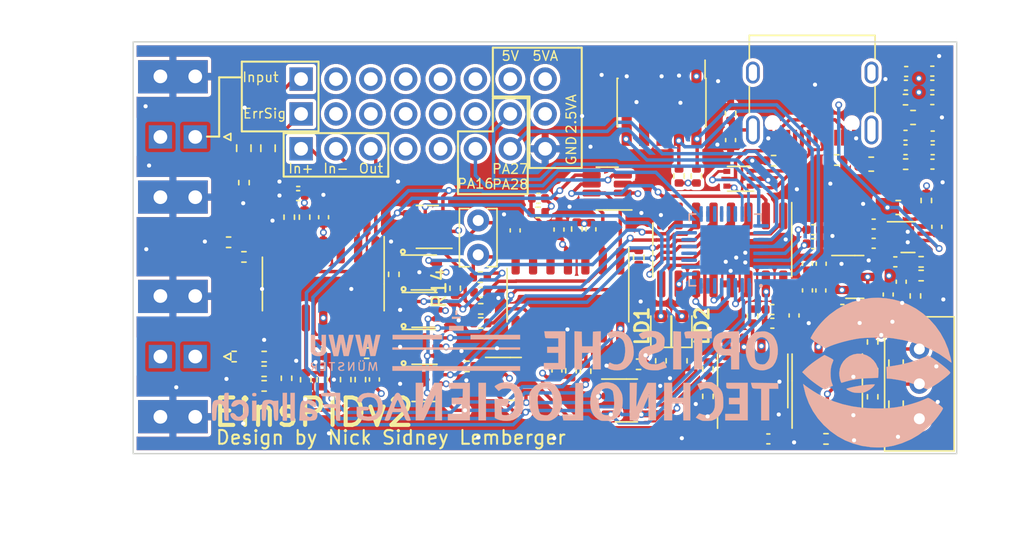
<source format=kicad_pcb>
(kicad_pcb (version 20211014) (generator pcbnew)
  (layers (0 "F.Cu" signal) (1 "In1.Cu" signal) (2 "In2.Cu" signal) (31 "B.Cu" signal) (34 "B.Paste" user) (35 "F.Paste" user) (36 "B.SilkS" user "B.Silkscreen") (37 "F.SilkS" user "F.Silkscreen") (38 "B.Mask" user) (39 "F.Mask" user) (44 "Edge.Cuts" user))
  (net 0 "")
  (net 1 "Net-(C1-Pad1)")
  (net 2 "+2V5")
  (net 3 "Net-(C2-Pad2)")
  (net 4 "Net-(C3-Pad2)")
  (net 5 "Net-(C4-Pad1)")
  (net 6 "Net-(C5-Pad2)")
  (net 7 "Net-(C6-Pad2)")
  (net 8 "Net-(C7-Pad1)")
  (net 9 "GND")
  (net 10 "2.5V_offsetcorrect")
  (net 11 "+5V")
  (net 12 "-5VA")
  (net 13 "Net-(C15-Pad1)")
  (net 14 "Net-(C15-Pad2)")
  (net 15 "Net-(C16-Pad2)")
  (net 16 "Net-(C17-Pad1)")
  (net 17 "+3V3")
  (net 18 "Net-(C25-Pad1)")
  (net 19 "Net-(C26-Pad2)")
  (net 20 "+5VA")
  (net 21 "5VUSB")
  (net 22 "Net-(FB1-Pad2)")
  (net 23 "Net-(FB2-Pad2)")
  (net 24 "PID_signal")
  (net 25 "ERR_signal")
  (net 26 "Net-(J4-Pad1)")
  (net 27 "SWCLK")
  (net 29 "SWDIO")
  (net 30 "Net-(JP1-Pad1)")
  (net 31 "Net-(C1-Pad2)")
  (net 32 "Net-(R18-Pad2)")
  (net 33 "Net-(R18-Pad1)")
  (net 34 "Net-(R10-Pad1)")
  (net 35 "Net-(JP3-Pad1)")
  (net 36 "Net-(JP4-Pad1)")
  (net 37 "Net-(R1-Pad2)")
  (net 38 "Net-(R6-Pad1)")
  (net 39 "Net-(R11-Pad1)")
  (net 40 "Net-(R16-Pad2)")
  (net 41 "Net-(R11-Pad2)")
  (net 42 "Net-(R27-Pad1)")
  (net 43 "Net-(R30-Pad2)")
  (net 44 "Net-(R8-Pad2)")
  (net 45 "Net-(R32-Pad2)")
  (net 46 "Net-(R33-Pad1)")
  (net 47 "Net-(R37-Pad2)")
  (net 48 "Net-(J2-PadA5)")
  (net 50 "SPI_CLK")
  (net 51 "SPI_SDI")
  (net 52 "SPI_CS_I")
  (net 53 "SPI_CS_D")
  (net 54 "SPI_CS_G")
  (net 55 "Input_INV")
  (net 56 "SPI_CS_P")
  (net 62 "Net-(J2-PadB5)")
  (net 64 "USB_DP")
  (net 65 "USB_DN")
  (net 68 "Net-(C37-Pad2)")
  (net 69 "Net-(FB3-Pad2)")
  (net 70 "Net-(J2-PadA6)")
  (net 71 "Net-(J2-PadA7)")
  (net 72 "Net-(D1-Pad1)")
  (net 73 "Net-(D1-Pad2)")
  (net 84 "Net-(R26-Pad2)")
  (net 85 "Net-(C3-Pad1)")
  (net 86 "Net-(R1-Pad1)")
  (net 87 "Net-(R13-Pad2)")
  (net 88 "Net-(R15-Pad1)")
  (net 93 "Net-(J5-Pad1)")
  (net 96 "RESET")
  (net 102 "Net-(J6-Pad1)")
  (net 103 "Net-(J6-Pad3)")
  (net 104 "Net-(J6-Pad2)")
  (net 106 "PA28")
  (net 107 "PA27")
  (net 108 "Net-(D2-Pad1)")
  (net 109 "Net-(D2-Pad2)")
  (net 110 "PA16")
  (net 112 "Net-(R16-Pad1)")
  (net 113 "Net-(R17-Pad2)")
  (net 114 "Net-(R7-Pad2)")
  (net 115 "Net-(R2-Pad2)")
  (net 116 "Net-(R13-Pad1)")
  (net 117 "Net-(R27-Pad2)")
  (net 123 "Net-(U13-Pad5)")
  (net 124 "Net-(U13-Pad4)")
  (net 125 "Net-(U13-Pad3)")
  (net 126 "P_SW")
  (net 127 "I_SW")
  (net 128 "D_SW")
  (net 130 "Net-(U6-Pad4)")
  (footprint "Capacitor_THT:C_Rect_L4.0mm_W2.5mm_P2.50mm" (layer "F.Cu") (at 150.0632 78.5876 90)
    (fp_text reference "C36" hide)
    (fp_text value "optional" hide)
  )
  (footprint "Connector_USB:USB_C_Receptacle_XKB_U262-16XN-4BVC11" (layer "F.Cu") (at 174.394 66.387727 180)
    (fp_text reference "J2" hide)
    (fp_text value "USB_C_Receptacle_USB2.0" hide)
  )
  (footprint "Resistor_SMD:R_0402_1005Metric" (layer "F.Cu") (at 148.3868 81.026 90)
    (fp_text reference "R14")
    (fp_text value "1k")
  )
  (footprint "Resistor_SMD:R_0402_1005Metric" (layer "F.Cu") (at 149.2504 86.7156 180)
    (fp_text reference "R27" hide)
    (fp_text value "1k" hide)
  )
  (footprint "Resistor_SMD:R_0402_1005Metric" (layer "F.Cu") (at 143.9164 80.011999 -90)
    (fp_text reference "R11" hide)
    (fp_text value "10k" hide)
  )
  (footprint "Package_SO:SOIC-14_3.9x8.7mm_P1.27mm" (layer "F.Cu") (at 138.776446 80.711446 -90)
    (fp_text reference "U1" hide)
    (fp_text value "AD8040" hide)
  )
  (footprint "Capacitor_SMD:C_0402_1005Metric" (layer "F.Cu") (at 181.194 69.883705)
    (fp_text reference "C38" hide)
    (fp_text value "100nF" hide)
  )
  (footprint "LED_SMD:LED_0603_1608Metric" (layer "F.Cu") (at 164.8968 83.8455 90)
    (fp_text reference "D1" hide)
    (fp_text value "LED" hide)
  )
  (footprint "Capacitor_SMD:C_0402_1005Metric" (layer "F.Cu") (at 176.59 83.566964)
    (fp_text reference "C8" hide)
    (fp_text value "100n" hide)
  )
  (footprint "Capacitor_SMD:C_0402_1005Metric" (layer "F.Cu") (at 138.8 75.85 -90)
    (fp_text reference "C19" hide)
    (fp_text value "1µF" hide)
  )
  (footprint "Capacitor_SMD:C_0402_1005Metric" (layer "F.Cu") (at 138.2936 85.5164 90)
    (fp_text reference "C35" hide)
    (fp_text value "1µF" hide)
  )
  (footprint "Package_SON:WSON-8-1EP_2x2mm_P0.5mm_EP0.9x1.6mm" (layer "F.Cu") (at 181.375 77.299999)
    (fp_text reference "U10" hide)
    (fp_text value "LM27761" hide)
  )
  (footprint "Connector_PinHeader_1.27mm:PinHeader_2x05_P1.27mm_Vertical_SMD" (layer "F.Cu") (at 163.42 67.5 -90)
    (fp_text reference "J3" hide)
    (fp_text value "Conn_ARM_JTAG_SWD_10" hide)
  )
  (footprint "Resistor_SMD:R_0402_1005Metric" (layer "F.Cu") (at 181.9148 81.5848 -90)
    (fp_text reference "R48" hide)
    (fp_text value "150" hide)
  )
  (footprint "Capacitor_SMD:C_0402_1005Metric" (layer "F.Cu") (at 173.0756 83.0072 90)
    (fp_text reference "C42" hide)
    (fp_text value "100nF" hide)
  )
  (footprint "footprints:0603_solderbridge" (layer "F.Cu") (at 180.5178 89.4588 90)
    (fp_text reference "JP4" hide)
    (fp_text value "SolderJumper_2_Open" hide)
  )
  (footprint "Capacitor_SMD:C_0402_1005Metric" (layer "F.Cu") (at 171.49 82.575 180)
    (fp_text reference "C21" hide)
    (fp_text value "1µF" hide)
  )
  (footprint "LED_SMD:LED_0603_1608Metric" (layer "F.Cu") (at 163.3728 83.8455 90)
    (fp_text reference "D2" hide)
    (fp_text value "LED" hide)
  )
  (footprint "Capacitor_SMD:C_0402_1005Metric" (layer "F.Cu") (at 178.875 76.35)
    (fp_text reference "C12" hide)
    (fp_text value "10uF" hide)
  )
  (footprint "Resistor_SMD:R_0402_1005Metric" (layer "F.Cu") (at 157.25 76.708 -90)
    (fp_text reference "R20" hide)
    (fp_text value "1k" hide)
  )
  (footprint "Capacitor_SMD:C_0402_1005Metric" (layer "F.Cu") (at 183.174 70.933705 180)
    (fp_text reference "C40" hide)
    (fp_text value "100nF" hide)
  )
  (footprint "Capacitor_SMD:C_0402_1005Metric" (layer "F.Cu") (at 178.8 86.98 90)
    (fp_text reference "C7" hide)
    (fp_text value "100n" hide)
  )
  (footprint "Resistor_SMD:R_0402_1005Metric" (layer "F.Cu") (at 170.05 83.05 -90)
    (fp_text reference "R37" hide)
    (fp_text value "10k" hide)
  )
  (footprint "Capacitor_SMD:C_0402_1005Metric" (layer "F.Cu") (at 181.244 65.233705)
    (fp_text reference "C27" hide)
    (fp_text value "100nF" hide)
  )
  (footprint "Package_TO_SOT_SMD:SOT-23" (layer "F.Cu") (at 177.5 80.2)
    (fp_text reference "U14" hide)
    (fp_text value "XC6206PxxxMR" hide)
  )
  (footprint "Package_SO:SOIC-16_3.9x9.9mm_P1.27mm" (layer "F.Cu") (at 167.8432 78.232 -90)
    (fp_text reference "U17" hide)
    (fp_text value "74HC595" hide)
  )
  (footprint "Capacitor_SMD:C_0402_1005Metric" (layer "F.Cu") (at 178.6 82.97 90)
    (fp_text reference "C32" hide)
    (fp_text value "1µF" hide)
  )
  (footprint "Capacitor_SMD:C_0402_1005Metric" (layer "F.Cu") (at 183.154001 71.983705)
    (fp_text reference "C41" hide)
    (fp_text value "10uF" hide)
  )
  (footprint "Capacitor_SMD:C_0402_1005Metric" (layer "F.Cu") (at 136.95 73.25 180)
    (fp_text reference "C9" hide)
    (fp_text value "100n" hide)
  )
  (footprint "Resistor_SMD:R_0402_1005Metric" (layer "F.Cu") (at 136.1 87.58 -90)
    (fp_text reference "R10" hide)
    (fp_text value "1k" hide)
  )
  (footprint "footprints:SC-60" (layer "F.Cu") (at 146.1516 88.003621)
    (fp_text reference "U16" hide)
    (fp_text value "SGM4157YC6" hide)
  )
  (footprint "Resistor_SMD:R_0402_1005Metric" (layer "F.Cu") (at 137.5 87.69 90)
    (fp_text reference "R23" hide)
    (fp_text value "1k" hide)
  )
  (footprint "Capacitor_SMD:C_0402_1005Metric" (layer "F.Cu") (at 180.45 79.1 180)
    (fp_text reference "C13" hide)
    (fp_text value "10uF" hide)
  )
  (footprint "footprints:0603_solderbridge" (layer "F.Cu") (at 180.4924 86.5124 -90)
    (fp_text reference "JP3" hide)
    (fp_text value "SolderJumper_2_Open" hide)
  )
  (footprint "Resistor_SMD:R_0402_1005Metric" (layer "F.Cu") (at 138.7 87.689999 90)
    (fp_text reference "R16" hide)
    (fp_text value "1k" hide)
  )
  (footprint "footprints:SC-60" (layer "F.Cu") (at 146.1516 82.6008)
    (fp_text reference "U12" hide)
    (fp_text value "SGM4157YC6" hide)
  )
  (footprint "footprints:SMA_edge_pinholes" (layer "F.Cu") (at 129.76 85.99)
    (fp_text reference "J4" hide)
    (fp_text value "Conn_Coaxial" hide)
  )
  (footprint "Resistor_SMD:R_0402_1005Metric" (layer "F.Cu") (at 161.745201 86.5632 180)
    (fp_text reference "R7" hide)
    (fp_text value "10k" hide)
  )
  (footprint "Capacitor_SMD:C_0402_1005Metric" (layer "F.Cu") (at 181.194 70.933705)
    (fp_text reference "C39" hide)
    (fp_text value "100nF" hide)
  )
  (footprint "Resistor_SMD:R_0402_1005Metric" (layer "F.Cu") (at 137.414 75.8444 -90)
    (fp_text reference "R24" hide)
    (fp_text value "10k" hide)
  )
  (footprint "Resistor_SMD:R_0402_1005Metric" (layer "F.Cu") (at 178.8 88.929999 -90)
    (fp_text reference "R30" hide)
    (fp_text value "10k" hide)
  )
  (footprint "Capacitor_SMD:C_0402_1005Metric" (layer "F.Cu") (at 171.2 92)
    (fp_text reference "C17" hide)
    (fp_text value "100n" hide)
  )
  (footprint "Package_TO_SOT_SMD:SOT-23-8" (layer "F.Cu") (at 159.4612 73.7616 180)
    (fp_text reference "U4" hide)
    (fp_text value "AD5160" hide)
  )
  (footprint "Capacitor_SMD:C_0402_1005Metric" (layer "F.Cu") (at 155.8 87.015001 90)
    (fp_text reference "C6" hide)
    (fp_text value "100n" hide)
  )
  (footprint "Resistor_SMD:R_0402_1005Metric" (layer "F.Cu") (at 132.999999 73.329999 -90)
    (fp_text reference "R25" hide)
    (fp_text value "51" hide)
  )
  (footprint "Package_TO_SOT_SMD:SOT-23-8" (layer "F.Cu") (at 160.8625 89.2005)
    (fp_text reference "U5" hide)
    (fp_text value "AD5160" hide)
  )
  (footprint "Resistor_SMD:R_0402_1005Metric" (layer "F.Cu") (at 182.33 79.1)
    (fp_text reference "R34" hide)
    (fp_text value "56k" hide)
  )
  (footprint "Capacitor_SMD:C_0402_1005Metric" (layer "F.Cu") (at 183.144 65.208705 180)
    (fp_text reference "C30" hide)
    (fp_text value "100nF" hide)
  )
  (footprint "Capacitor_SMD:C_0402_1005Metric" (layer "F.Cu") (at 174.05 79.24 -90)
    (fp_text reference "C24" hide)
    (fp_text value "10uF" hide)
  )
  (footprint "Resistor_SMD:R_0402_1005Metric" (layer "F.Cu") (at 166.8 86.9 90)
    (fp_text reference "R35" hide)
    (fp_text value "10k" hide)
  )
  (footprint "footprints:SC-60" (layer "F.Cu") (at 146.1516 85.2932)
    (fp_text reference "U15" hide)
    (fp_text value "SGM4157YC6" hide)
  )
  (footprint "Resistor_SMD:R_0402_1005Metric" (layer "F.Cu") (at 134.465601 87.0712 180)
    (fp_text reference "R1" hide)
    (fp_text value "1k" hide)
  )
  (footprint "Package_SO:SOIC-14_3.9x8.7mm_P1.27mm" (layer "F.Cu") (at 156.6 81.5255 -90)
    (fp_text reference "U3" hide)
    (fp_text value "AD8040" hide)
  )
  (footprint "Resistor_SMD:R_0402_1005Metric" (layer "F.Cu") (at 165.9636 72.8472 90)
    (fp_text reference "R44" hide)
    (fp_text value "5.1k" hide)
  )
  (footprint "Package_TO_SOT_SMD:SOT-23-8" (layer "F.Cu") (at 146.3548 76.5556 180)
    (fp_text reference "U2" hide)
    (fp_text value "AD5160" hide)
  )
  (footprint "Resistor_SMD:R_0402_1005Metric" (layer "F.Cu") (at 134.4676 88.138)
    (fp_text reference "R4" hide)
    (fp_text value "1k" hide)
  )
  (footprint "Resistor_SMD:R_0402_1005Metric" (layer "F.Cu") (at 175.4 92 180)
    (fp_text reference "R32" hide)
    (fp_text value "10k" hide)
  )
  (footprint "Package_TO_SOT_SMD:SOT-666" (layer "F.Cu") (at 169.025 73.05 180)
    (fp_text reference "U8" hide)
    (fp_text value "USBLC6-2P6" hide)
  )
  (footprint "Resistor_SMD:R_0402_1005Metric" (layer "F.Cu") (at 132.9964 78.74)
    (fp_text reference "R6" hide)
    (fp_text value "10k" hide)
  )
  (footprint "Resistor_SMD:R_0402_1005Metric" (layer "F.Cu") (at 154.425 75.5005 180)
    (fp_text reference "R3" hide)
    (fp_text value "1k" hide)
  )
  (footprint "footprints:SMA_edge_pinholes" (layer "F.Cu") (at 129.76 69.99)
    (fp_text reference "J5" hide)
    (fp_text value "Conn_Coaxial" hide)
  )
  (footprint "Capacitor_SMD:C_0402_1005Metric" (layer "F.Cu") (at 139.2936 85.5472 90)
    (fp_text reference "C44" hide)
    (fp_text value "10uF" hide)
  )
  (footprint "Capacitor_SMD:C_0402_1005Metric" (layer "F.Cu") (at 183.144 67.283705 180)
    (fp_text reference "C29" hide)
    (fp_text value "100nF" hide)
  )
  (footprint "Resistor_SMD:R_0402_1005Metric" (layer "F.Cu") (at 140.4112 87.6808 90)
    (fp_text reference "R21" hide)
    (fp_text value "10k" hide)
  )
  (footprint "Capacitor_SMD:C_0402_1005Metric" (layer "F.Cu") (at 150.2375 81.325499 180)
    (fp_text reference "C3" hide)
    (fp_text value "20p" hide)
  )
  (footprint "Inductor_SMD:L_0603_1608Metric" (layer "F.Cu") (at 181.744 68.583705 180)
    (fp_text reference "FB1" hide)
    (fp_text value "Ferrite_Bead_Small" hide)
  )
  (footprint "Resistor_SMD:R_0402_1005Metric" (layer "F.Cu") (at 141.478 87.6828 90)
    (fp_text reference "R22" hide)
    (fp_text value "10k" hide)
  )
  (footprint "Resistor_SMD:R_0402_1005Metric" (layer "F.Cu") (at 178.8 84.94 90)
    (fp_text reference "R29" hide)
    (fp_text value "10k" hide)
  )
  (footprint "Resistor_SMD:R_0402_1005Metric" (layer "F.Cu") (at 161.76 78.778 -90)
    (fp_text reference "R18" hide)
    (fp_text value "1k" hide)
  )
  (footprint "Resistor_SMD:R_0402_1005Metric" (layer "F.Cu") (at 157.8864 87.069201 90)
    (fp_text reference "R13" hide)
    (fp_text value "10k" hide)
  )
  (footprint "Inductor_SMD:L_0603_1608Metric" (layer "F.Cu") (at 180.665499 75.142)
    (fp_text reference "FB2" hide)
    (fp_text value "Ferrite_Bead_Small" hide)
  )
  (footprint "Connector_PinHeader_2.54mm:PinHeader_1x08_P2.54mm_Vertical" (layer "F.Cu") (at 137.16 65.786 90)
    (fp_text reference "J7" hide)
    (fp_text value "Conn_01x08" hide)
  )
  (footprint "Package_SO:SOIC-8_3.9x4.9mm_P1.27mm" (layer "F.Cu") (at 175.49 87.766964 90)
    (fp_text reference "U9" hide)
    (fp_text value "OP07" hide)
  )
  (footprint "Resistor_SMD:R_0402_1005Metric" (layer "F.Cu") (at 132.2832 85.999998 180)
    (fp_text reference "R12" hide)
    (fp_text value "51" hide)
  )
  (footprint "Package_TO_SOT_SMD:SOT-23-8" (layer "F.Cu") (at 152.399998 87.6255)
    (fp_text reference "U7" hide)
    (fp_text value "AD5160" hide)
  )
  (footprint "Capacitor_SMD:C_0402_1005Metric" (layer "F.Cu") (at 180.880001 80.55 -90)
    (fp_text reference "C14" hide)
    (fp_text value "100nF" hide)
  )
  (footprint "Capacitor_SMD:C_0402_1005Metric" (layer "F.Cu") (at 183.144 66.233705 180)
    (fp_text reference "C28" hide)
    (fp_text value "100nF" hide)
  )
  (footprint "Package_SO:SOIC-8_3.9x4.9mm_P1.27mm" (layer "F.Cu") (at 170.05952 87.775591 90)
    (fp_text reference "U11" hide)
    (fp_text value "OP07" hide)
  )
  (footprint "Capacitor_SMD:C_0402_1005Metric" (layer "F.Cu") (at 171.49 83.575)
    (fp_text reference "C18" hide)
    (fp_text value "100n" hide)
  )
  (footprint "Resistor_SMD:R_0402_1005Metric" (layer "F.Cu") (at 164.8968 86.3092 -90)
    (fp_text reference "R46" hide)
    (fp_text value "150" hide)
  )
  (footprint "Capacitor_SMD:C_0402_1005Metric" (layer "F.Cu") (at 179.9336 81.4832 90)
    (fp_text reference "C43" hide)
    (fp_text value "10uF" hide)
  )
  (footprint "Capacitor_SMD:C_0402_1005Metric" (layer "F.Cu") (at 155.95 76.75 -90)
    (fp_text reference "C20" hide)
    (fp_text value "1µF" hide)
  )
  (footprint "Resistor_SMD:R_0402_1005Metric" (layer "F.Cu") (at 178.8 91.04 90)
    (fp_text reference "R31" hide)
    (fp_text value "10k" hide)
  )
  (footprint "Resistor_SMD:R_0402_1005Metric" (layer "F.Cu") (at 171.584302 71.732302)
    (fp_text reference "R39" hide)
    (fp_text value "5.1k" hide)
  )
  (footprint "Resistor_SMD:R_0402_1005Metric" (layer "F.Cu") (at 136.2964 75.846399 -90)
    (fp_text reference "R17" hide)
    (fp_text value "10k" hide)
  )
  (footprint "Capacitor_SMD:C_0402_1005Metric" (layer "F.Cu") (at 174.05 81.18 -90)
    (fp_text reference "C23" hide)
    (fp_text value "100nF" hide)
  )
  (footprint "Capacitor_SMD:C_0402_1005Metric" (layer "F.Cu") (at 154.45 74.475 180)
    (fp_text reference "C2" hide)
    (fp_text value "100n" hide)
  )
  (footprint "Capacitor_SMD:C_0402_1005Metric" (layer "F.Cu") (at 158.275 76.733 -90)
    (fp_text reference "C5" hide)
    (fp_text value "100n" hide)
  )
  (footprint "Capacitor_SMD:C_0402_1005Metric" (layer "F.Cu") (at 174.47 77.7748)
    (fp_text reference "C22" hide)
    (fp_text value "100nF" hide)
  )
  (footprint "Resistor_SMD:R_0402_1005Metric" (layer "F.Cu") (at 182.329999 80.1 180)
    (fp_text reference "R33" hide)
    (fp_text value "178k" hide)
  )
  (footprint "footprints:0603_solderbridge" (layer "F.Cu") (at 134.7625 70.805 90)
    (fp_text reference "JP2" hide)
    (fp_text value "SolderJumper_2_Open" hide)
  )
  (footprint "Resistor_SMD:R_0402_1005Metric" (layer "F.Cu") (at 150.247501 82.5255)
    (fp_text reference "R15" hide)
    (fp_text value "100" hide)
  )
  (footprint "Connector_PinHeader_2.54mm:PinHeader_1x08_P2.54mm_Vertical" (layer "F.Cu") (at 137.16 68.326 90)
    (fp_text reference "J1" hide)
    (fp_text value "Conn_01x08" hide)
  )
  (footprint "Resistor_SMD:R_0402_1005Metric" (layer "F.Cu") (at 168.45 68.290001 -90)
    (fp_text reference "R40" hide)
    (fp_text value "1M" hide)
  )
  (footprint "Resistor_SMD:R_0402_1005Metric" (layer "F.Cu") (at 131.8788 77.6732)
    (fp_text reference "R9" hide)
    (fp_text value "10k" hide)
  )
  (footprint "Resistor_SMD:R_0402_1005Metric" (layer "F.Cu") (at 141.9372 85.7504)
    (fp_text reference "R8" hide)
    (fp_text value "10k" hide)
  )
  (footprint "Resistor_SMD:R_0402_1005Metric" (layer "F.Cu") (at 156.82 87.035 90)
    (fp_text reference "R28" hide)
    (fp_text value "1k" hide)
  )
  (footprint "Resistor_SMD:R_0402_1005Metric" (layer "F.Cu") (at 176.184001 71.681749 180)
    (fp_text reference "R38" hide)
    (fp_text value "5.1k" hide)
  )
  (footprint "Capacitor_SMD:C_0402_1005Metric" (layer "F.Cu") (at 178.875 77.749999)
    (fp_text reference "C16" hide)
    (fp_text value "10uF" hide)
  )
  (footprint "footprints:SC-60" (layer "F.Cu") (at 146.1 79.8772)
    (fp_text reference "U6" hide)
    (fp_text value "SGM4157YC6" hide)
  )
  (footprint "footprints:0603_solderbridge" (layer "F.Cu") (at 133 70.8 90)
    (fp_text reference "JP1" hide)
    (fp_text value "SolderJumper_2_Open" hide)
  )
  (footprint "Capacitor_SMD:C_0402_1005Metric" (layer "F.Cu") (at 175.025 81.185 90)
    (fp_text reference "C33" hide)
    (fp_text value "1µF" hide)
  )
  (footprint "Resistor_SMD:R_0402_1005Metric" (layer "F.Cu") (at 164.6936 72.8472 90)
    (fp_text reference "R43" hide)
    (fp_text value "5.1k" hide)
  )
  (footprint "Capacitor_SMD:C_0402_1005Metric" (layer "F.Cu") (at 168.45 70.23 90)
    (fp_text reference "C26" hide)
    (fp_text value "10nF" hide)
  )
  (footprint "Capacitor_SMD:C_0402_1005Metric" (layer "F.Cu") (at 183.475 76.55 90)
    (fp_text reference "C15" hide)
    (fp_text value "1µF" hide)
  )
  (footprint "Resistor_SMD:R_0402_1005Metric" (layer "F.Cu") (at 182.709 74.632 90)
    (fp_text reference "R42" hide)
    (fp_text value "1Ohm" hide)
  )
  (footprint "Resistor_SMD:R_0402_1005Metric" (layer "F.Cu") (at 181.194 67.283705)
    (fp_text reference "R41" hide)
    (fp_text value "1Ohm" hide)
  )
  (footprint "Capacitor_SMD:C_0402_1005Metric" (layer "F.Cu") (at 183.174 69.933705 180)
    (fp_text reference "C37" hide)
    (fp_text value "100nF" hide)
  )
  (footprint "Potentiometer_THT:Potentiometer_Bourns_3296W_Vertical" (layer "F.Cu") (at 182.2 85.45 90)
    (fp_text reference "RV1" hide)
    (fp_text value "20k" hide)
  )
  (footprint "Capacitor_SMD:C_0402_1005Metric" (layer "F.Cu") (at 142.5 87.67 -90)
    (fp_text reference "C4" hide)
    (fp_text value "100n" hide)
  )
  (footprint "Capacitor_SMD:C_0402_1005Metric" (layer "F.Cu") (at 181.224 66.233705 180)
    (fp_text reference "C31" hide)
    (fp_text value "10uF" hide)
  )
  (footprint "Resistor_SMD:R_0402_1005Metric" (layer "F.Cu") (at 181.204 71.983705)
    (fp_text reference "R45" hide)
    (fp_text value "1Ohm" hide)
  )
  (footprint "Capacitor_SMD:C_0402_1005Metric" (layer "F.Cu") (at 174.47 76.7588)
    (fp_text reference "C25" hide)
    (fp_text value "1µF" hide)
  )
  (footprint "Capacitor_SMD:C_0402_1005Metric" (layer "F.Cu") (at 136.945 74.275 180)
    (fp_text reference "C10" hide)
    (fp_text value "100n" hide)
  )
  (footprint "Inductor_SMD:L_0603_1608Metric" (layer "F.Cu") (at 178.694 71.983705)
    (fp_text reference "FB3" hide)
    (fp_text value "Ferrite_Bead_Small" hide)
  )
  (footprint "Resistor_SMD:R_0402_1005Metric" (layer "F.Cu") (at 163.3728 86.3092 -90)
    (fp_text reference "R47" hide)
    (fp_text value "150" hide)
  )
  (footprint "Resistor_SMD:R_0402_1005Metric" (layer "F.Cu") (at 150.2156 80.2132)
    (fp_text reference "R2" hide)
    (fp_text value "1k" hide)
  )
  (footprint "Capacitor_SMD:C_0402_1005Metric" (layer "F.Cu") (at 175.05 79.24 -90)
    (fp_text reference "C34" hide)
    (fp_text value "10uF" hide)
  )
  (footprint "Resistor_SMD:R_0402_1005Metric" (layer "F.Cu") (at 134.4696 86.0044)
    (fp_text reference "R5" hide)
    (fp_text value "1k" hide)
  )
  (footprint "Connector_PinHeader_2.54mm:PinHeader_1x08_P2.54mm_Vertical" (layer "F.Cu") (at 137.16 70.866 90)
    (fp_text reference "J6" hide)
    (fp_text value "Conn_01x08" hide)
  )
  (footprint "Resistor_SMD:R_0402_1005Metric" (layer "F.Cu") (at 150.247499 83.5505)
    (fp_text reference "R26" hide)
    (fp_text value "1k" hide)
  )
  (footprint "Resistor_SMD:R_0402_1005Metric" (layer "F.Cu") (at 166.8 88.9 90)
    (fp_text reference "R36" hide)
    (fp_text value "10k" hide)
  )
  (footprint "Capacitor_SMD:C_0402_1005Metric" (layer "F.Cu") (at 152.7556 76.8096 90)
    (fp_text reference "C1" hide)
    (fp_text value "20p" hide)
  )
  (footprint "Capacitor_SMD:C_0402_1005Metric" (layer "F.Cu") (at 176.59 82.566964 180)
    (fp_text reference "C11" hide)
    (fp_text value "1µF" hide)
  )
  (footprint "footprints:Logo_AGFallnich_text" (layer "B.Cu") (at 137.9728 89.662 180)
    (fp_text reference "H1" hide)
    (fp_text value "MountingHole" hide)
  )
  (footprint "footprints:Logo_OptischeTechnologien" (layer "B.Cu") (at 165.0492 87.1728 180)
    (fp_text reference "H2" hide)
    (fp_text value "MountingHole" hide)
  )
  (footprint "footprints:QFN-32-1EP_5x5mm_P0.5mm_EP3.6x3.6mm_handsolder" (layer "B.Cu") (at 168.0464 78.232 90)
    (fp_text reference "U13" hide)
    (fp_text value "ATSAMDA1E16B-M" hide)
  )
  (footprint "footprints:Logo_WWU" (layer "B.Cu") (at 145.4912 84.836 180)
    (fp_text reference "H3" hide)
    (fp_text value "MountingHole" hide)
  )
  (gr_line (start 153.67 74.168) (end 153.67 67.183) (layer "F.SilkS") (width 0.15))
  (gr_line (start 138.303 64.516) (end 138.43 64.516) (layer "F.SilkS") (width 0.15))
  (gr_line (start 148.59 73.914) (end 148.59 74.168) (layer "F.SilkS") (width 0.15))
  (gr_line (start 143.51 72.898) (end 135.89 72.89) (layer "F.SilkS") (width 0.15))
  (gr_line (start 148.59 71.882) (end 148.59 69.596) (layer "F.SilkS") (width 0.15))
  (gr_line (start 131.191 65.659) (end 132.842 65.659) (layer "F.SilkS") (width 0.15))
  (gr_line (start 130.302 69.977) (end 131.191 69.977) (layer "F.SilkS") (width 0.15))
  (gr_line (start 151.13 69.596) (end 151.13 67.183) (layer "F.SilkS") (width 0.15))
  (gr_line (start 148.59 74.168) (end 153.67 74.168) (layer "F.SilkS") (width 0.15))
  (gr_line (start 148.59 71.628) (end 148.59 73.914) (layer "F.SilkS") (width 0.15))
  (gr_line (start 138.43 69.596) (end 132.842 69.596) (layer "F.SilkS") (width 0.15))
  (gr_line (start 132.842 64.516) (end 136.017 64.516) (layer "F.SilkS") (width 0.15))
  (gr_line (start 153.797 72.263) (end 153.797 67.056) (layer "F.SilkS") (width 0.15))
  (gr_line (start 135.89 72.89) (end 135.89 69.723) (layer "F.SilkS") (width 0.15))
  (gr_line (start 143.51 69.723) (end 143.51 72.898) (layer "F.SilkS") (width 0.15))
  (gr_line (start 148.59 69.596) (end 151.13 69.596) (layer "F.SilkS") (width 0.15))
  (gr_line (start 151.13 63.5) (end 157.353 63.5) (layer "F.SilkS") (width 0.15))
  (gr_line (start 151.13 67.183) (end 153.67 67.183) (layer "F.SilkS") (width 0.15))
  (gr_line (start 151.13 67.056) (end 151.13 63.5) (layer "F.SilkS") (width 0.15))
  (gr_line (start 157.353 63.5) (end 157.607 63.5) (layer "F.SilkS") (width 0.15))
  (gr_line (start 132.842 69.596) (end 132.842 64.516) (layer "F.SilkS") (width 0.15))
  (gr_line (start 131.191 69.977) (end 131.191 65.659) (layer "F.SilkS") (width 0.15))
  (gr_line (start 136.017 64.516) (end 138.303 64.516) (layer "F.SilkS") (width 0.15))
  (gr_line (start 135.89 69.723) (end 143.51 69.723) (layer "F.SilkS") (width 0.15))
  (gr_line (start 153.797 67.056) (end 151.13 67.056) (layer "F.SilkS") (width 0.15))
  (gr_line (start 138.43 64.516) (end 138.43 69.596) (layer "F.SilkS") (width 0.15))
  (gr_line (start 157.607 72.263) (end 153.797 72.263) (layer "F.SilkS") (width 0.15))
  (gr_line (start 157.607 63.5) (end 157.607 72.263) (layer "F.SilkS") (width 0.15))
  (gr_rect (start 124.925 63.075) (end 184.925 93.075) (layer "Edge.Cuts") (width 0.1) (fill none))
  (gr_text "5VA" (at 154.95 64.1) (layer "F.SilkS") (effects (font (size 0.7 0.7) (thickness 0.1))))
  (gr_text "In-" (at 139.7 72.3) (layer "F.SilkS") (effects (font (size 0.7 0.7) (thickness 0.1))))
  (gr_text "PA27\nPA28" (at 152.4 72.898) (layer "F.SilkS") (effects (font (size 0.7 0.7) (thickness 0.1))))
  (gr_text "5V" (at 152.4 64.1) (layer "F.SilkS") (effects (font (size 0.7 0.7) (thickness 0.1))))
  (gr_text "Out" (at 142.25 72.3) (layer "F.SilkS") (effects (font (size 0.7 0.7) (thickness 0.1))))
  (gr_text "GND" (at 156.845 70.993 90) (layer "F.SilkS") (effects (font (size 0.7 0.7) (thickness 0.1))))
  (gr_text "EinsPIDv2" (at 138.0744 90.0684) (layer "F.SilkS") (effects (font (size 2 2) (thickness 0.3))))
  (gr_text "LD1" (at 162.0012 83.7692 90) (layer "F.SilkS") (effects (font (size 1 1) (thickness 0.2))))
  (gr_text "Input" (at 134.2 65.65) (layer "F.SilkS") (effects (font (size 0.7 0.7) (thickness 0.1))))
  (gr_text "LD2" (at 166.37 83.7692 90) (layer "F.SilkS") (effects (font (size 1 1) (thickness 0.2))))
  (gr_text "Design by Nick Sidney Lemberger" (at 143.7 91.8972) (layer "F.SilkS") (effects (font (size 1 1))))
  (gr_text "ErrSig" (at 134.5 68.3) (layer "F.SilkS") (effects (font (size 0.7 0.7) (thickness 0.1))))
  (gr_text "2.5VA" (at 156.845 68.326 90) (layer "F.SilkS") (effects (font (size 0.7 0.7) (thickness 0.1))))
  (gr_text "In+" (at 137.15 72.3) (layer "F.SilkS") (effects (font (size 0.7 0.7) (thickness 0.1))))
  (gr_text "PA16" (at 149.86 73.406) (layer "F.SilkS") (effects (font (size 0.7 0.7) (thickness 0.1))))
  (segment (start 152.79 79.0505) (end 152.79 77.324) (width 0.25) (layer "F.Cu") (net 1))
  (segment (start 149.7056 78.9452) (end 150.0632 78.5876) (width 0.25) (layer "F.Cu") (net 1))
  (segment (start 152.4795 78.74) (end 150.2156 78.74) (width 0.25) (layer "F.Cu") (net 1))
  (segment (start 152.79 77.324) (end 152.7556 77.2896) (width 0.25) (layer "F.Cu") (net 1))
  (segment (start 150.2156 78.74) (end 150.0632 78.5876) (width 0.25) (layer "F.Cu") (net 1))
  (segment (start 152.79 79.0505) (end 152.4795 78.74) (width 0.25) (layer "F.Cu") (net 1))
  (segment (start 149.7056 80.2132) (end 149.7056 78.9452) (width 0.25) (layer "F.Cu") (net 1))
  (segment (start 136.1 89.5164) (end 136.477745 89.894145) (width 0.25) (layer "F.Cu") (net 2))
  (segment (start 170.05 82.54) (end 170.975 82.54) (width 0.25) (layer "F.Cu") (net 2))
  (segment (start 170.69452 85.23588) (end 170.69452 84.47388) (width 0.25) (layer "F.Cu") (net 2))
  (segment (start 154.93 74.475) (end 155.388967 74.933967) (width 0.25) (layer "F.Cu") (net 2))
  (segment (start 170.975 82.54) (end 171.01 82.575) (width 0.25) (layer "F.Cu") (net 2))
  (segment (start 171.01 82.575) (end 171.01 83.575) (width 0.25) (layer "F.Cu") (net 2))
  (segment (start 143.002 88.652) (end 142.5 88.15) (width 0.25) (layer "F.Cu") (net 2))
  (segment (start 136.477745 89.894145) (end 139.975855 89.894145) (width 0.25) (layer "F.Cu") (net 2))
  (segment (start 154.935 75.5005) (end 155.38823 75.04727) (width 0.25) (layer "F.Cu") (net 2))
  (segment (start 140.452 88.15) (end 140.4112 88.1908) (width 0.25) (layer "F.Cu") (net 2))
  (segment (start 155.8 87.495001) (end 156.770001 87.495001) (width 0.25) (layer "F.Cu") (net 2))
  (segment (start 155.38823 75.04727) (end 155.388967 75.04727) (width 0.25) (layer "F.Cu") (net 2))
  (segment (start 139.975855 89.894145) (end 140.4112 89.4588) (width 0.25) (layer "F.Cu") (net 2))
  (segment (start 162.2552 85.9028) (end 162.255201 86.5632) (width 0.25) (layer "F.Cu") (net 2))
  (segment (start 171.0436 83.6086) (end 171.01 83.575) (width 0.25) (layer "F.Cu") (net 2))
  (segment (start 157.305 76.253) (end 157.25 76.198) (width 0.5) (layer "F.Cu") (net 2))
  (segment (start 140.4112 89.4588) (end 140.4112 88.1908) (width 0.25) (layer "F.Cu") (net 2))
  (segment (start 156.770001 87.495001) (end 156.82 87.545) (width 0.25) (layer "F.Cu") (net 2))
  (segment (start 158.275 76.253) (end 157.305 76.253) (width 0.5) (layer "F.Cu") (net 2))
  (segment (start 171.0436 84.1248) (end 171.0436 83.6086) (width 0.25) (layer "F.Cu") (net 2))
  (segment (start 136.1 88.09) (end 136.1 89.5164) (width 0.25) (layer "F.Cu") (net 2))
  (segment (start 170.69452 85.300591) (end 170.69452 85.23588) (width 0.25) (layer "F.Cu") (net 2))
  (segment (start 170.69452 84.47388) (end 171.0436 84.1248) (width 0.25) (layer "F.Cu") (net 2))
  (segment (start 155.388967 74.933967) (end 155.388967 75.04727) (width 0.25) (layer "F.Cu") (net 2))
  (segment (start 155.043301 87.495001) (end 154.754517 87.206217) (width 0.25) (layer "F.Cu") (net 2))
  (segment (start 155.8 87.495001) (end 155.043301 87.495001) (width 0.25) (layer "F.Cu") (net 2))
  (segment (start 142.5 88.15) (end 140.452 88.15) (width 0.25) (layer "F.Cu") (net 2))
  (segment (start 143.002 88.6968) (end 143.002 88.652) (width 0.25) (layer "F.Cu") (net 2))
  (via (at 162.2552 85.9028) (size 0.5) (drill 0.3) (layers "F.Cu" "B.Cu") (net 2))
  (via (at 155.388967 75.04727) (size 0.5) (drill 0.3) (layers "F.Cu" "B.Cu") (net 2))
  (via (at 157.7848 76.3173) (size 0.5) (drill 0.3) (layers "F.Cu" "B.Cu") (net 2))
  (via (at 170.69452 85.23588) (size 0.5) (drill 0.3) (layers "F.Cu" "B.Cu") (net 2))
  (via (at 143.002 88.6968) (size 0.5) (drill 0.3) (layers "F.Cu" "B.Cu") (net 2))
  (via (at 154.754517 87.206217) (size 0.5) (drill 0.3) (layers "F.Cu" "B.Cu") (net 2))
  (segment (start 155.280001 79.0005) (end 155.33 79.050499) (width 0.25) (layer "F.Cu") (net 3))
  (segment (start 153.915 75.5005) (end 155.2 76.7855) (width 0.25) (layer "F.Cu") (net 3))
  (segment (start 155.2 78.9205) (end 155.33 79.0505) (width 0.25) (layer "F.Cu") (net 3))
  (segment (start 153.915 74.53) (end 153.97 74.475) (width 0.25) (layer "F.Cu") (net 3))
  (segment (start 153.915 75.5005) (end 153.915 74.53) (width 0.25) (layer "F.Cu") (net 3))
  (segment (start 155.2 76.7855) (end 155.2 78.9205) (width 0.25) (layer "F.Cu") (net 3))
  (segment (start 150.7575 82.5255) (end 149.7575 81.5255) (width 0.25) (layer "F.Cu") (net 4))
  (segment (start 149.7575 81.5255) (end 149.7575 81.3255) (width 0.25) (layer "F.Cu") (net 4))
  (segment (start 140.1 87.179999) (end 140.1 83.24) (width 0.25) (layer "F.Cu") (net 5))
  (segment (start 140.1 83.24) (end 140.046447 83.186447) (width 0.25) (layer "F.Cu") (net 5))
  (segment (start 142.5 87.19) (end 140.11 87.189999) (width 0.25) (layer "F.Cu") (net 5))
  (segment (start 140.11 87.189999) (end 140.1 87.179999) (width 0.25) (layer "F.Cu") (net 5))
  (segment (start 157.835 77.218) (end 158.27 77.218) (width 0.25) (layer "F.Cu") (net 6))
  (segment (start 158.27 77.218) (end 158.275 77.213) (width 0.25) (layer "F.Cu") (net 6))
  (segment (start 157.875 79.0455) (end 157.87 79.0505) (width 0.25) (layer "F.Cu") (net 6))
  (segment (start 157.25 77.218) (end 157.835 77.218) (width 0.25) (layer "F.Cu") (net 6))
  (segment (start 157.87 77.253) (end 157.835 77.218) (width 0.25) (layer "F.Cu") (net 6))
  (segment (start 157.87 79.0505) (end 157.87 77.253) (width 0.25) (layer "F.Cu") (net 6))
  (segment (start 155.33 86.065001) (end 155.33 84.0005) (width 0.25) (layer "F.Cu") (net 7))
  (segment (start 156.82 86.525) (end 155.83 86.525) (width 0.25) (layer "F.Cu") (net 7))
  (segment (start 155.8 86.535001) (end 155.33 86.065001) (width 0.25) (layer "F.Cu") (net 7))
  (segment (start 180.5178 88.6206) (end 180.4924 88.646) (width 0.25) (layer "F.Cu") (net 8))
  (segment (start 178.800537 88.005536) (end 178.800001 88.005) (width 0.25) (layer "F.Cu") (net 8))
  (segment (start 182.204464 88.005536) (end 178.800537 88.005536) (width 0.25) (layer "F.Cu") (net 8))
  (segment (start 180.5178 87.3252) (end 180.5178 88.6206) (width 0.25) (layer "F.Cu") (net 8))
  (segment (start 178.800001 88.005) (end 178.8 88.42) (width 0.25) (layer "F.Cu") (net 8))
  (segment (start 178.8 87.460001) (end 178.800001 88.005) (width 0.25) (layer "F.Cu") (net 8))
  (segment (start 145.494961 79.8576) (end 145.475361 79.8772) (width 0.25) (layer "F.Cu") (net 9))
  (segment (start 145.475361 79.8772) (end 145.15 79.8772) (width 0.25) (layer "F.Cu") (net 9))
  (segment (start 145.77598 79.8576) (end 145.494961 79.8576) (width 0.25) (layer "F.Cu") (net 9))
  (via (at 171.958 90.2208) (size 0.5) (drill 0.3) (layers "F.Cu" "B.Cu") (net 9))
  (via (at 161.5948 67.4624) (size 0.5) (drill 0.3) (layers "F.Cu" "B.Cu") (net 9))
  (via (at 148.844 85.598) (size 0.5) (drill 0.3) (layers "F.Cu" "B.Cu") (net 9))
  (via (at 179.7304 65.786) (size 0.5) (drill 0.3) (layers "F.Cu" "B.Cu") (net 9))
  (via (at 130.1496 77.6224) (size 0.5) (drill 0.3) (layers "F.Cu" "B.Cu") (net 9))
  (via (at 161.8996 81.9912) (size 0.5) (drill 0.3) (layers "F.Cu" "B.Cu") (net 9))
  (via (at 125.8824 78.1812) (size 0.5) (drill 0.3) (layers "F.Cu" "B.Cu") (net 9))
  (via (at 176.53 79.248) (size 0.5) (drill 0.3) (layers "F.Cu" "B.Cu") (net 9))
  (via (at 177.3936 87.4776) (size 0.5) (drill 0.3) (layers "F.Cu" "B.Cu") (net 9))
  (via (at 150.0632 91.8972) (size 0.5) (drill 0.3) (layers "F.Cu" "B.Cu") (net 9))
  (via (at 181.356 77.6732) (size 0.5) (drill 0.3) (layers "F.Cu" "B.Cu") (net 9))
  (via (at 178.5112 78.994) (size 0.5) (drill 0.3) (layers "F.Cu" "B.Cu") (net 9))
  (via (at 174.5996 66.1924) (size 0.5) (drill 0.3) (layers "F.Cu" "B.Cu") (net 9))
  (via (at 170.0276 71.7296) (size 0.5) (drill 0.3) (layers "F.Cu" "B.Cu") (net 9))
  (via (at 145.77598 79.8576) (size 0.5) (drill 0.3) (layers "F.Cu" "B.Cu") (net 9))
  (via (at 167.5384 65.9384) (size 0.5) (drill 0.3) (layers "F.Cu" "B.Cu") (net 9))
  (via (at 163.3728 75.692) (size 0.5) (drill 0.3) (layers "F.Cu" "B.Cu") (net 9))
  (via (at 180.6448 91.8464) (size 0.5) (drill 0.3) (layers "F.Cu" "B.Cu") (net 9))
  (via (at 173.0756 92.2528) (size 0.5) (drill 0.3) (layers "F.Cu" "B.Cu") (net 9))
  (via (at 164.7952 67.5132) (size 0.5) (drill 0.3) (layers "F.Cu" "B.Cu") (net 9))
  (via (at 181.356 76.9112) (size 0.5) (drill 0.3) (layers "F.Cu" "B.Cu") (net 9))
  (via (at 135.5852 74.2696) (size 0.5) (drill 0.3) (layers "F.Cu" "B.Cu") (net 9))
  (via (at 174.1424 83.566) (size 0.5) (drill 0.3) (layers "F.Cu" "B.Cu") (net 9))
  (via (at 158.242 70.7136) (size 0.5) (drill 0.3) (layers "F.Cu" "B.Cu") (net 9))
  (via (at 172.466 77.47) (size 0.5) (drill 0.3) (layers "F.Cu" "B.Cu") (net 9))
  (via (at 125.8316 67.7672) (size 0.5) (drill 0.3) (layers "F.Cu" "B.Cu") (net 9))
  (via (at 148.6408 83.3628) (size 0.5) (drill 0.3) (layers "F.Cu" "B.Cu") (net 9))
  (via (at 166.915422 83.9724) (size 0.5) (drill 0.3) (layers "F.Cu" "B.Cu") (net 9))
  (via (at 156.5656 84.0232) (size 0.5) (drill 0.3) (layers "F.Cu" "B.Cu") (net 9))
  (via (at 175.7172 73.406) (size 0.5) (drill 0.3) (layers "F.Cu" "B.Cu") (net 9))
  (via (at 177.8508 83.5543) (size 0.5) (drill 0.3) (layers "F.Cu" "B.Cu") (net 9))
  (via (at 144.3736 87.9856) (size 0.5) (drill 0.3) (layers "F.Cu" "B.Cu") (net 9))
  (via (at 169.5196 79.1464) (size 0.5) (drill 0.3) (layers "F.Cu" "B.Cu") (net 9))
  (via (at 149.1996 87.7316) (size 0.5) (drill 0.3) (layers "F.Cu" "B.Cu") (net 9))
  (via (at 139.192 91.5924) (size 0.5) (drill 0.3) (layers "F.Cu" "B.Cu") (net 9))
  (via (at 164.0332 87.5792) (size 0.5) (drill 0.3) (layers "F.Cu" "B.Cu") (net 9))
  (via (at 171.196 70.104) (size 0.5) (drill 0.3) (layers "F.Cu" "B.Cu") (net 9))
  (via (at 135.5852 73.2536) (size 0.5) (drill 0.3) (layers "F.Cu" "B.Cu") (net 9))
  (via (at 177.4444 92.1004) (size 0.5) (drill 0.3) (layers "F.Cu" "B.Cu") (net 9))
  (via (at 140.8176 81.0768) (size 0.5) (drill 0.3) (layers "F.Cu" "B.Cu") (net 9))
  (via (at 161.9504 75.5396) (size 0.5) (drill 0.3) (layers "F.Cu" "B.Cu") (net 9))
  (via (at 144.2212 73.2536) (size 0.5) (drill 0.3) (layers "F.Cu" "B.Cu") (net 9))
  (via (at 168.4528 79.756) (size 0.5) (drill 0.3) (layers "F.Cu" "B.Cu") (net 9))
  (via (at 183.896 73.3044) (size 0.5) (drill 0.3) (layers "F.Cu" "B.Cu") (net 9))
  (via (at 136.8044 86.3092) (size 0.5) (drill 0.3) (layers "F.Cu" "B.Cu") (net 9))
  (via (at 156.718 75.0824) (size 0.5) (drill 0.3) (layers "F.Cu" "B.Cu") (net 9))
  (via (at 144.3736 85.2932) (size 0.5) (drill 0.3) (layers "F.Cu" "B.Cu") (net 9))
  (via (at 183.4388 86.7156) (size 0.5) (drill 0.3) (layers "F.Cu" "B.Cu") (net 9))
  (via (at 132.9436 74.8284) (size 0.5) (drill 0.3) (layers "F.Cu" "B.Cu") (net 9))
  (via (at 168.8592 78.7908) (size 0.5) (drill 0.3) (layers "F.Cu" "B.Cu") (net 9))
  (via (at 151.9428 75.6412) (size 0.5) (drill 0.3) (layers "F.Cu" "B.Cu") (net 9))
  (via (at 135.0772 76.0984) (size 0.5) (drill 0.3) (layers "F.Cu" "B.Cu") (net 9))
  (via (at 155.6004 91.948) (size 0.5) (drill 0.3) (layers "F.Cu" "B.Cu") (net 9))
  (via (at 157.6324 68.4784) (size 0.5) (drill 0.3) (layers "F.Cu" "B.Cu") (net 9))
  (via (at 183.642 64.1096) (size 0.5) (drill 0.3) (layers "F.Cu" "B.Cu") (net 9))
  (via (at 168.0972 79.0956) (size 0.5) (drill 0.3) (layers "F.Cu" "B.Cu") (net 9))
  (via (at 180.9496 82.0928) (size 0.5) (drill 0.3) (layers "F.Cu" "B.Cu") (net 9))
  (via (at 134.3152 81.0768) (size 0.5) (drill 0.3) (layers "F.Cu" "B.Cu") (net 9))
  (via (at 138.2111 86.4108) (size 0.5) (drill 0.3) (layers "F.Cu" "B.Cu") (net 9))
  (via (at 175.8696 77.216) (size 0.5) (drill 0.3) (layers "F.Cu" "B.Cu") (net 9))
  (via (at 163.4236 65.5828) (size 0.5) (drill 0.3) (layers "F.Cu" "B.Cu") (net 9))
  (via (at 131.7244 87.63) (size 0.5) (drill 0.3) (layers "F.Cu" "B.Cu") (net 9))
  (via (at 171.196 73.128601) (size 0.5) (drill 0.3) (layers "F.Cu" "B.Cu") (net 9))
  (via (at 126.0856 72.0852) (size 0.5) (drill 0.3) (layers "F.Cu" "B.Cu") (net 9))
  (via (at 164.6936 65.532) (size 0.5) (drill 0.3) (layers "F.Cu" "B.Cu") (net 9))
  (via (at 180.2384 83.4644) (size 0.5) (drill 0.3) (layers "F.Cu" "B.Cu") (net 9))
  (via (at 159.4104 86.6648) (size 0.5) (drill 0.3) (layers "F.Cu" "B.Cu") (net 9))
  (via (at 165.9128 89.4588) (size 0.5) (drill 0.3) (layers "F.Cu" "B.Cu") (net 9))
  (via (at 178.1048 74.8792) (size 0.5) (drill 0.3) (layers "F.Cu" "B.Cu") (net 9))
  (via (at 139.5476 87.6808) (size 0.5) (drill 0.3) (layers "F.Cu" "B.Cu") (net 9))
  (via (at 183.9468 81.8388) (size 0.5) (drill 0.3) (layers "F.Cu" "B.Cu") (net 9))
  (via (at 138.7856 74.2188) (size 0.5) (drill 0.3) (layers "F.Cu" "B.Cu") (net 9))
  (via (at 177.3936 90.2716) (size 0.5) (drill 0.3) (layers "F.Cu" "B.Cu") (net 9))
  (via (at 143.7132 77.6224) (size 0.5) (drill 0.3) (layers "F.Cu" "B.Cu") (net 9))
  (via (at 173.2788 73.8124) (size 0.5) (drill 0.3) (layers "F.Cu" "B.Cu") (net 9))
  (via (at 137.4648 89.1032) (size 0.5) (drill 0.3) (layers "F.Cu" "B.Cu") (net 9))
  (via (at 163.322 88.138) (size 0.5) (drill 0.3) (layers "F.Cu" "B.Cu") (net 9))
  (via (at 183.5404 89.3064) (size 0.5) (drill 0.3) (layers "F.Cu" "B.Cu") (net 9))
  (via (at 159.0548 65.4812) (size 0.5) (drill 0.3) (layers "F.Cu" "B.Cu") (net 9))
  (via (at 169.5196 78.4352) (size 0.5) (drill 0.3) (layers "F.Cu" "B.Cu") (net 9))
  (via (at 160.8836 65.5828) (size 0.5) (drill 0.3) (layers "F.Cu" "B.Cu") (net 9))
  (via (at 144.3736 82.6008) (size 0.5) (drill 0.3) (layers "F.Cu" "B.Cu") (net 9))
  (via (at 183.8452 68.58) (size 0.5) (drill 0.3) (layers "F.Cu" "B.Cu") (net 9))
  (via (at 172.0088 87.8332) (size 0.5) (drill 0.3) (layers "F.Cu" "B.Cu") (net 9))
  (via (at 128.0668 88.2396) (size 0.5) (drill 0.3) (layers "F.Cu" "B.Cu") (net 9))
  (via (at 132.9436 90.8812) (size 0.5) (drill 0.3) (layers "F.Cu" "B.Cu") (net 9))
  (via (at 151.5364 81.7372) (size 0.5) (drill 0.3) (layers "F.Cu" "B.Cu") (net 9))
  (via (at 166.7764 90.3575) (size 0.5) (drill 0.3) (layers "F.Cu" "B.Cu") (net 9))
  (via (at 134.4676 84.7852) (size 0.5) (drill 0.3) (layers "F.Cu" "B.Cu") (net 9))
  (via (at 151.4348 85.3948) (size 0.5) (drill 0.3) (layers "F.Cu" "B.Cu") (net 9))
  (via (at 177.5968 70.104) (size 0.5) (drill 0.3) (layers "F.Cu" "B.Cu") (net 9))
  (via (at 177.7492 81.8388) (size 0.5) (drill 0.3) (layers "F.Cu" "B.Cu") (net 9))
  (via (at 167.4876 70.5612) (size 0.5) (drill 0.3) (layers "F.Cu" "B.Cu") (net 9))
  (via (at 133.0452 67.8688) (size 0.5) (drill 0.3) (layers "F.Cu" "B.Cu") (net 9))
  (via (at 164.8968 91.948) (size 0.5) (drill 0.3) (layers "F.Cu" "B.Cu") (net 9))
  (segment (start 168.2964 77.982) (end 168.0464 78.232) (width 0.25) (layer "B.Cu") (net 9))
  (segment (start 165.5964 79.482) (end 166.7964 79.482) (width 0.25) (layer "B.Cu") (net 9))
  (segment (start 166.7964 79.482) (end 168.0464 78.232) (width 0.25) (layer "B.Cu") (net 9))
  (segment (start 170.4964 77.982) (end 168.2964 77.982) (width 0.25) (layer "B.Cu") (net 9))
  (segment (start 137.414 74.286) (end 137.425 74.275) (width 0.25) (layer "F.Cu") (net 10))
  (segment (start 137.425 74.275) (end 137.425 73.255) (width 0.25) (layer "F.Cu") (net 10))
  (segment (start 137.414 75.3344) (end 137.414 74.286) (width 0.25) (layer "F.Cu") (net 10))
  (segment (start 175.5 91.59) (end 175.91 92) (width 0.25) (layer "F.Cu") (net 10))
  (segment (start 175.5 88.725) (end 175.5 91.59) (width 0.25) (layer "F.Cu") (net 10))
  (segment (start 176.125 82.581964) (end 176.125 85.291964) (width 0.25) (layer "F.Cu") (net 10))
  (segment (start 176.125 88.1) (end 175.5 88.725) (width 0.25) (layer "F.Cu") (net 10))
  (segment (start 176.125 85.291964) (end 176.125 88.1) (width 0.25) (layer "F.Cu") (net 10))
  (segment (start 137.425 73.255) (end 137.43 73.25) (width 0.25) (layer "F.Cu") (net 10))
  (segment (start 176.11 82.566964) (end 176.125 82.581964) (width 0.25) (layer "F.Cu") (net 10))
  (via (at 137.4 74.8) (size 0.5) (drill 0.3) (layers "F.Cu" "B.Cu") (net 10))
  (via (at 175.5 88.725) (size 0.5) (drill 0.3) (layers "F.Cu" "B.Cu") (net 10))
  (segment (start 178.4375 82.3275) (end 178.6 82.49) (width 0.25) (layer "F.Cu") (net 11))
  (segment (start 183.028069 77.549999) (end 182.325 77.549999) (width 0.25) (layer "F.Cu") (net 11))
  (segment (start 178.4375 80.2) (end 178.4375 82.3275) (width 0.25) (layer "F.Cu") (net 11))
  (segment (start 183.60847 78.1304) (end 183.028069 77.549999) (width 0.25) (layer "F.Cu") (net 11))
  (segment (start 183.642 78.1304) (end 183.60847 78.1304) (width 0.25) (layer "F.Cu") (net 11))
  (via (at 179.877999 75.142) (size 0.5) (drill 0.3) (layers "F.Cu" "B.Cu") (net 11))
  (via (at 183.642 78.1304) (size 0.5) (drill 0.3) (layers "F.Cu" "B.Cu") (net 11))
  (via (at 176.3268 67.6656) (size 0.5) (drill 0.3) (layers "F.Cu" "B.Cu") (net 11))
  (via (at 178.4375 80.2) (size 0.5) (drill 0.3) (layers "F.Cu" "B.Cu") (net 11))
  (segment (start 176.3268 67.6656) (end 176.3268 71.590801) (width 0.25) (layer "B.Cu") (net 11))
  (segment (start 183.642 78.1304) (end 180.6536 75.142) (width 0.25) (layer "B.Cu") (net 11))
  (segment (start 176.3268 71.590801) (end 179.877999 75.142) (width 0.25) (layer "B.Cu") (net 11))
  (segment (start 180.6536 75.142) (end 179.877999 75.142) (width 0.25) (layer "B.Cu") (net 11))
  (segment (start 179.9336 81.0032) (end 179.9336 80.1624) (width 0.5) (layer "F.Cu") (net 12))
  (segment (start 179.9336 80.1624) (end 179.9844 80.1116) (width 0.5) (layer "F.Cu") (net 12))
  (segment (start 139.2628 85.0364) (end 139.2936 85.0672) (width 0.25) (layer "F.Cu") (net 12))
  (segment (start 138.7856 85.0392) (end 138.776446 85.030046) (width 0.25) (layer "F.Cu") (net 12))
  (segment (start 181.9148 80.194801) (end 181.819999 80.1) (width 0.25) (layer "F.Cu") (net 12))
  (segment (start 180.1368 80.1116) (end 180.1784 80.07) (width 0.25) (layer "F.Cu") (net 12))
  (segment (start 179.9844 80.1116) (end 180.1368 80.1116) (width 0.25) (layer "F.Cu") (net 12))
  (segment (start 138.2936 85.0364) (end 139.2628 85.0364) (width 0.25) (layer "F.Cu") (net 12))
  (segment (start 138.776446 85.030046) (end 138.776446 83.186446) (width 0.25) (layer "F.Cu") (net 12))
  (segment (start 181.9148 81.0748) (end 181.9148 80.194801) (width 0.25) (layer "F.Cu") (net 12))
  (segment (start 180.1784 80.07) (end 180.880001 80.07) (width 0.25) (layer "F.Cu") (net 12))
  (via (at 179.9844 80.1116) (size 0.5) (drill 0.3) (layers "F.Cu" "B.Cu") (net 12))
  (via (at 138.776446 83.186446) (size 0.5) (drill 0.3) (layers "F.Cu" "B.Cu") (net 12))
  (segment (start 179.355 77.75) (end 179.555 77.550001) (width 0.25) (layer "F.Cu") (net 15))
  (segment (start 179.555 77.550001) (end 180.425 77.550001) (width 0.25) (layer "F.Cu") (net 15))
  (segment (start 169.527857 92) (end 170.72 92) (width 0.25) (layer "F.Cu") (net 16))
  (segment (start 168.8 89.249999) (end 168.8 91.272143) (width 0.25) (layer "F.Cu") (net 16))
  (segment (start 166.8 87.9) (end 167.450001 87.9) (width 0.25) (layer "F.Cu") (net 16))
  (segment (start 166.8 87.41) (end 166.8 87.9) (width 0.25) (layer "F.Cu") (net 16))
  (segment (start 167.450001 87.9) (end 168.8 89.249999) (width 0.25) (layer "F.Cu") (net 16))
  (segment (start 168.8 91.272143) (end 169.527857 92) (width 0.25) (layer "F.Cu") (net 16))
  (segment (start 166.8 87.41) (end 166.8 88.39) (width 0.25) (layer "F.Cu") (net 16))
  (segment (start 170.694521 90.250589) (end 170.694521 91.900592) (width 0.25) (layer "F.Cu") (net 16))
  (segment (start 176.1175 80.705) (end 176.5625 81.15) (width 0.25) (layer "F.Cu") (net 17))
  (segment (start 173.99 77.7748) (end 173.938063 77.7748) (width 0.25) (layer "F.Cu") (net 17))
  (segment (start 164.6682 80.707) (end 164.6794 80.707) (width 0.25) (layer "F.Cu") (net 17))
  (segment (start 173.1122 82.4906) (end 173.0756 82.5272) (width 0.25) (layer "F.Cu") (net 17))
  (segment (start 175.025 80.705) (end 176.1175 80.705) (width 0.25) (layer "F.Cu") (net 17))
  (segment (start 175.025 79.745) (end 175.05 79.72) (width 0.25) (layer "F.Cu") (net 17))
  (segment (start 173.1122 80.707) (end 173.1122 82.4906) (width 0.25) (layer "F.Cu") (net 17))
  (segment (start 165.352 73.3572) (end 165.9636 73.3572) (width 0.25) (layer "F.Cu") (net 17))
  (segment (start 173.1122 80.707) (end 174.043 80.707) (width 0.25) (layer "F.Cu") (net 17))
  (segment (start 174.05 79.72) (end 174.05 80.7) (width 0.25) (layer "F.Cu") (net 17))
  (segment (start 175.025 80.705) (end 175.025 79.745) (width 0.25) (layer "F.Cu") (net 17))
  (segment (start 164.6936 73.3572) (end 165.352 73.3572) (width 0.25) (layer "F.Cu") (net 17))
  (segment (start 174.043 80.707) (end 174.05 80.7) (width 0.25) (layer "F.Cu") (net 17))
  (segment (start 174.05 79.72) (end 175.05 79.72) (width 0.25) (layer "F.Cu") (net 17))
  (segment (start 172.2882 80.707) (end 173.1122 80.707) (width 0.25) (layer "F.Cu") (net 17))
  (segment (start 164.6794 80.707) (end 164.6936 80.7212) (width 0.25) (layer "F.Cu") (net 17))
  (segment (start 173.938063 77.7748) (end 173.815943 77.89692) (width 0.25) (layer "F.Cu") (net 17))
  (segment (start 175.02 80.7) (end 175.025 80.705) (width 0.25) (layer "F.Cu") (net 17))
  (segment (start 174.05 80.7) (end 175.02 80.7) (width 0.25) (layer "F.Cu") (net 17))
  (via (at 164.6936 80.7212) (size 0.5) (drill 0.3) (layers "F.Cu" "B.Cu") (net 17))
  (via (at 176.5625 81.15) (size 0.5) (drill 0.3) (layers "F.Cu" "B.Cu") (net 17))
  (via (at 173.815943 77.89692) (size 0.5) (drill 0.3) (layers "F.Cu" "B.Cu") (net 17))
  (via (at 165.352 73.3572) (size 0.5) (drill 0.3) (layers "F.Cu" "B.Cu") (net 17))
  (via (at 165.9636 65.5828) (size 0.5) (drill 0.3) (layers "F.Cu" "B.Cu") (net 17))
  (segment (start 172.212 78.994) (end 172.718863 78.994) (width 0.25) (layer "B.Cu") (net 17))
  (segment (start 170.4964 78.982) (end 172.2 78.982) (width 0.25) (layer "B.Cu") (net 17))
  (segment (start 172.718863 78.994) (end 173.815943 77.89692) (width 0.25) (layer "B.Cu") (net 17))
  (segment (start 164.6936 80.7212) (end 164.6936 80.5473) (width 0.25) (layer "B.Cu") (net 17))
  (segment (start 164.6936 80.5473) (end 165.2589 79.982) (width 0.25) (layer "B.Cu") (net 17))
  (segment (start 173.99 76.7588) (end 173.3804 76.7588) (width 0.25) (layer "F.Cu") (net 18))
  (via (at 173.3804 76.7588) (size 0.5) (drill 0.3) (layers "F.Cu" "B.Cu") (net 18))
  (segment (start 170.4964 78.482) (end 172.418868 78.482) (width 0.25) (layer "B.Cu") (net 18))
  (segment (start 173.3804 77.520468) (end 173.3804 76.7588) (width 0.25) (layer "B.Cu") (net 18))
  (segment (start 172.418868 78.482) (end 173.3804 77.520468) (width 0.25) (layer "B.Cu") (net 18))
  (segment (start 168.592727 69.492727) (end 170.074 69.492727) (width 0.25) (layer "F.Cu") (net 19))
  (segment (start 168.45 68.800001) (end 168.45 69.35) (width 0.25) (layer "F.Cu") (net 19))
  (segment (start 168.45 69.35) (end 168.45 69.75) (width 0.25) (layer "F.Cu") (net 19))
  (segment (start 168.45 69.35) (end 168.592727 69.492727) (width 0.25) (layer "F.Cu") (net 19))
  (segment (start 167.010111 86.600111) (end 168.822289 86.600111) (width 0.25) (layer "F.Cu") (net 20))
  (segment (start 151.262498 87.3005) (end 152.054116 87.3005) (width 0.25) (layer "F.Cu") (net 20))
  (segment (start 148.5698 76.8806) (end 148.6408 76.8096) (width 0.25) (layer "F.Cu") (net 20))
  (segment (start 138.7856 76.962) (end 138.7856 76.3444) (width 0.25) (layer "F.Cu") (net 20))
  (segment (start 152.054116 87.3005) (end 152.339659 87.586043) (width 0.25) (layer "F.Cu") (net 20))
  (segment (start 147.4923 76.8806) (end 148.5698 76.8806) (width 0.25) (layer "F.Cu") (net 20))
  (segment (start 138.7856 76.962) (end 138.7856 78.227292) (width 0.25) (layer "F.Cu") (net 20))
  (segment (start 169.42452 85.99788) (end 169.42452 85.300591) (width 0.25) (layer "F.Cu") (net 20))
  (segment (start 159.7005 88.9) (end 159.725 88.8755) (width 0.25) (layer "F.Cu") (net 20))
  (segment (start 156.21 77.49) (end 155.95 77.23) (width 0.25) (layer "F.Cu") (net 20))
  (segment (start 182.7276 73.5584) (end 182.7276 74.1034) (width 0.25) (layer "F.Cu") (net 20))
  (segment (start 178.8004 84.4296) (end 178.8 84.43) (width 0.25) (layer "F.Cu") (net 20))
  (segment (start 156.21 77.8256) (end 156.6 78.2156) (width 0.25) (layer "F.Cu") (net 20))
  (segment (start 147.0696 79.8576) (end 147.05 79.8772) (width 0.25) (layer "F.Cu") (net 20))
  (segment (start 147.119621 87.9856) (end 147.1016 88.003621) (width 0.25) (layer "F.Cu") (net 20))
  (segment (start 161.7121 74.1329) (end 161.698208 74.1329) (width 0.25) (layer "F.Cu") (net 20))
  (segment (start 147.621458 82.6008) (end 147.676515 82.655857) (width 0.25) (layer "F.Cu") (net 20))
  (segment (start 160.5987 74.0866) (end 161.651908 74.0866) (width 0.25) (layer "F.Cu") (net 20))
  (segment (start 161.651908 74.0866) (end 161.698208 74.1329) (width 0.25) (layer "F.Cu") (net 20))
  (segment (start 138.7856 76.3444) (end 138.8 76.33) (width 0.25) (layer "F.Cu") (net 20))
  (segment (start 158.8008 88.9) (end 159.7005 88.9) (width 0.25) (layer "F.Cu") (net 20))
  (segment (start 182.7276 74.1034) (end 182.709 74.122) (width 0.25) (layer "F.Cu") (net 20))
  (segment (start 179.4256 84.4296) (end 178.8004 84.4296) (width 0.25) (layer "F.Cu") (net 20))
  (segment (start 147.7264 79.8576) (end 147.0696 79.8576) (width 0.25) (layer "F.Cu") (net 20))
  (segment (start 138.7856 78.227292) (end 138.776446 78.236446) (width 0.25) (layer "F.Cu") (net 20))
  (segment (start 166.8 86.39) (end 167.010111 86.600111) (width 0.25) (layer "F.Cu") (net 20))
  (segment (start 161.7472 74.168) (end 161.7121 74.1329) (width 0.25) (layer "F.Cu") (net 20))
  (segment (start 156.21 77.8256) (end 156.21 77.49) (width 0.25) (layer "F.Cu") (net 20))
  (segment (start 156.6 78.2156) (end 156.6 79.0505) (width 0.25) (layer "F.Cu") (net 20))
  (segment (start 147.7264 85.2932) (end 147.1016 85.2932) (width 0.25) (layer "F.Cu") (net 20))
  (segment (start 168.822289 86.600111) (end 169.42452 85.99788) (width 0.25) (layer "F.Cu") (net 20))
  (segment (start 147.1016 82.6008) (end 147.621458 82.6008) (width 0.25) (layer "F.Cu") (net 20))
  (segment (start 147.7264 87.9856) (end 147.119621 87.9856) (width 0.25) (layer "F.Cu") (net 20))
  (via (at 161.698208 74.1329) (size 0.5) (drill 0.3) (layers "F.Cu" "B.Cu") (net 20))
  (via (at 148.6408 76.8096) (size 0.5) (drill 0.3) (layers "F.Cu" "B.Cu") (net 20))
  (via (at 138.7856 76.962) (size 0.5) (drill 0.3) (layers "F.Cu" "B.Cu") (net 20))
  (via (at 147.7264 79.8576) (size 0.5) (drill 0.3) (layers "F.Cu" "B.Cu") (net 20))
  (via (at 147.676515 82.655857) (size 0.5) (drill 0.3) (layers "F.Cu" "B.Cu") (net 20))
  (via (at 179.4256 84.4296) (size 0.5) (drill 0.3) (layers "F.Cu" "B.Cu") (net 20))
  (via (at 147.7264 87.9856) (size 0.5) (drill 0.3) (layers "F.Cu" "B.Cu") (net 20))
  (via (at 174.855 85.291964) (size 0.5) (drill 0.3) (layers "F.Cu" "B.Cu") (net 20))
  (via (at 182.1688 66.7512) (size 0.5) (drill 0.3) (layers "F.Cu" "B.Cu") (net 20))
  (via (at 147.7264 85.2932) (size 0.5) (drill 0.3) (layers "F.Cu" "B.Cu") (net 20))
  (via (at 156.21 77.8256) (size 0.5) (drill 0.3) (layers "F.Cu" "B.Cu") (net 20))
  (via (at 182.7276 73.5584) (size 0.5) (drill 0.3) (layers "F.Cu" "B.Cu") (net 20))
  (via (at 182.1688 65.7352) (size 0.5) (drill 0.3) (layers "F.Cu" "B.Cu") (net 20))
  (via (at 158.8008 88.9) (size 0.5) (drill 0.3) (layers "F.Cu" "B.Cu") (net 20))
  (via (at 152.339659 87.586043) (size 0.5) (drill 0.3) (layers "F.Cu" "B.Cu") (net 20))
  (via (at 169.42452 85.300591) (size 0.5) (drill 0.3) (layers "F.Cu" "B.Cu") (net 20))
  (segment (start 168.1 73.05) (end 168.737011 73.05) (width 0.25) (layer "F.Cu") (net 21))
  (segment (start 168.8084 72.978611) (end 168.8084 71.729932) (width 0.25) (layer "F.Cu") (net 21))
  (segment (start 176.944 70.057727) (end 176.944 70.833705) (width 0.25) (layer "F.Cu") (net 21))
  (segment (start 168.8084 71.729932) (end 169.535633 71.002699) (width 0.25) (layer "F.Cu") (net 21))
  (segment (start 171.844 70.882727) (end 171.844 70.057727) (width 0.25) (layer "F.Cu") (net 21))
  (segment (start 176.060705 68.758705) (end 172.727295 68.758705) (width 0.25) (layer "F.Cu") (net 21))
  (segment (start 172.727295 68.758705) (end 172.144 69.342) (width 0.25) (layer "F.Cu") (net 21))
  (segment (start 172.144 69.342) (end 172.144 70.057727) (width 0.25) (layer "F.Cu") (net 21))
  (segment (start 176.644 69.342) (end 176.060705 68.758705) (width 0.25) (layer "F.Cu") (net 21))
  (segment (start 171.724028 71.002699) (end 171.844 70.882727) (width 0.25) (layer "F.Cu") (net 21))
  (segment (start 176.944 70.833705) (end 177.9065 71.796205) (width 0.25) (layer "F.Cu") (net 21))
  (segment (start 169.535633 71.002699) (end 171.724028 71.002699) (width 0.25) (layer "F.Cu") (net 21))
  (segment (start 176.644 70.057727) (end 176.644 69.342) (width 0.25) (layer "F.Cu") (net 21))
  (segment (start 177.9065 71.796205) (end 177.9065 71.983705) (width 0.25) (layer "F.Cu") (net 21))
  (segment (start 177.9065 71.983705) (end 177.9065 72.175227) (width 0.25) (layer "F.Cu") (net 21))
  (segment (start 168.737011 73.05) (end 168.8084 72.978611) (width 0.25) (layer "F.Cu") (net 21))
  (segment (start 180.684 68.311205) (end 180.9565 68.583705) (width 0.25) (layer "F.Cu") (net 22))
  (segment (start 180.684 67.283705) (end 180.684 68.311205) (width 0.25) (layer "F.Cu") (net 22))
  (segment (start 182.709 75.142) (end 181.452999 75.142) (width 0.25) (layer "F.Cu") (net 23))
  (segment (start 133.9576 88.138) (end 133.0452 88.138) (width 0.25) (layer "F.Cu") (net 24))
  (segment (start 132.7932 85.999998) (end 132.7932 83.6148) (width 0.25) (layer "F.Cu") (net 24))
  (segment (start 133.221554 83.186446) (end 134.966446 83.186446) (width 0.25) (layer "F.Cu") (net 24))
  (segment (start 132.7932 83.6148) (end 133.221554 83.186446) (width 0.25) (layer "F.Cu") (net 24))
  (segment (start 132.7932 87.886) (end 132.7932 85.999998) (width 0.25) (layer "F.Cu") (net 24))
  (segment (start 133.0452 88.138) (end 132.7932 87.886) (width 0.25) (layer "F.Cu") (net 24))
  (segment (start 135.8 69.686) (end 137.16 68.326) (width 0.25) (layer "F.Cu") (net 25))
  (segment (start 134.75 71.65) (end 135.8 70.6) (width 0.25) (layer "F.Cu") (net 25))
  (segment (start 134.75 74.9) (end 135.18 75.33) (width 0.25) (layer "F.Cu") (net 25))
  (segment (start 134.75 71.65) (end 134.75 74.9) (width 0.25) (layer "F.Cu") (net 25))
  (segment (start 135.8 70.6) (end 135.8 69.686) (width 0.25) (layer "F.Cu") (net 25))
  (segment (start 135.18 75.33) (end 136.25 75.33) (width 0.25) (layer "F.Cu") (net 25))
  (segment (start 131.773198 86) (end 126.91 86) (width 0.25) (layer "F.Cu") (net 26))
  (segment (start 131.7732 85.999998) (end 131.773198 86) (width 0.25) (layer "F.Cu") (net 26))
  (segment (start 164.675 70.275) (end 164.675 72.3186) (width 0.25) (layer "F.Cu") (net 27))
  (segment (start 164.675 72.3186) (end 164.6936 72.3372) (width 0.25) (layer "F.Cu") (net 27))
  (via (at 164.675 70.275) (size 0.5) (drill 0.3) (layers "F.Cu" "B.Cu") (net 27))
  (segment (start 165.1136 70.7136) (end 164.675 70.275) (width 0.25) (layer "B.Cu") (net 27))
  (segment (start 166.3192 70.7136) (end 165.1136 70.7136) (width 0.25) (layer "B.Cu") (net 27))
  (segment (start 171.618753 68.118207) (end 168.914593 68.118207) (width 0.25) (layer "B.Cu") (net 27))
  (segment (start 173.043331 79.482) (end 174.390444 78.134887) (width 0.25) (layer "B.Cu") (net 27))
  (segment (start 174.390444 78.134887) (end 174.390444 70.889898) (width 0.25) (layer "B.Cu") (net 27))
  (segment (start 174.390444 70.889898) (end 171.618753 68.118207) (width 0.25) (layer "B.Cu") (net 27))
  (segment (start 168.914593 68.118207) (end 166.3192 70.7136) (width 0.25) (layer "B.Cu") (net 27))
  (segment (start 170.4964 79.482) (end 173.043331 79.482) (width 0.25) (layer "B.Cu") (net 27))
  (segment (start 166.0144 70.1391) (end 166.0144 72.2864) (width 0.25) (layer "F.Cu") (net 29))
  (segment (start 166.0144 72.2864) (end 165.9636 72.3372) (width 0.25) (layer "F.Cu") (net 29))
  (via (at 166.0144 70.1391) (size 0.5) (drill 0.3) (layers "F.Cu" "B.Cu") (net 29))
  (segment (start 165.9479 70.2056) (end 166.0144 70.1391) (width 0.25) (layer "B.Cu") (net 29))
  (segment (start 170.4964 79.982) (end 173.179035 79.982) (width 0.25) (layer "B.Cu") (net 29))
  (segment (start 165.9636 70.2564) (end 166.0144 70.2056) (width 0.25) (layer "B.Cu") (net 29))
  (segment (start 174.839955 78.32108) (end 174.839955 70.703692) (width 0.25) (layer "B.Cu") (net 29))
  (segment (start 171.80495 67.668687) (end 168.484813 67.668687) (width 0.25) (layer "B.Cu") (net 29))
  (segment (start 173.179035 79.982) (end 174.839955 78.32108) (width 0.25) (layer "B.Cu") (net 29))
  (segment (start 165.86892 70.2056) (end 165.9479 70.2056) (width 0.25) (layer "B.Cu") (net 29))
  (segment (start 166.0144 70.2056) (end 166.0144 70.1391) (width 0.25) (layer "B.Cu") (net 29))
  (segment (start 174.839955 70.703692) (end 171.80495 67.668687) (width 0.25) (layer "B.Cu") (net 29))
  (segment (start 168.484813 67.668687) (end 166.0144 70.1391) (width 0.25) (layer "B.Cu") (net 29))
  (segment (start 132.987499 72.8075) (end 132.999999 72.82) (width 0.25) (layer "F.Cu") (net 30))
  (segment (start 132.987499 71.644999) (end 132.987499 72.8075) (width 0.25) (layer "F.Cu") (net 30))
  (segment (start 150.0632 76.5048) (end 150.0632 76.0876) (width 0.25) (layer "F.Cu") (net 31))
  (segment (start 153.3424 76.3296) (end 152.7556 76.3296) (width 0.25) (layer "F.Cu") (net 31))
  (segment (start 152.7556 76.3296) (end 152.6768 76.2508) (width 0.25) (layer "F.Cu") (net 31))
  (segment (start 149.0374 77.5306) (end 150.0632 76.5048) (width 0.25) (layer "F.Cu") (net 31))
  (segment (start 152.6768 76.2508) (end 150.2264 76.2508) (width 0.25) (layer "F.Cu") (net 31))
  (segment (start 150.2264 76.2508) (end 150.0632 76.0876) (width 0.25) (layer "F.Cu") (net 31))
  (segment (start 147.4923 77.5306) (end 149.0374 77.5306) (width 0.25) (layer "F.Cu") (net 31))
  (segment (start 154.06 79.8655) (end 154.06 79.0505) (width 0.25) (layer "F.Cu") (net 31))
  (segment (start 154.06 77.0472) (end 153.3424 76.3296) (width 0.25) (layer "F.Cu") (net 31))
  (segment (start 146.515517 77.5306) (end 147.4923 77.5306) (width 0.25) (layer "F.Cu") (net 31))
  (segment (start 154.06 79.0505) (end 154.06 77.0472) (width 0.25) (layer "F.Cu") (net 31))
  (segment (start 145.865517 76.8806) (end 146.515517 77.5306) (width 0.25) (layer "F.Cu") (net 31))
  (segment (start 145.2173 76.8806) (end 145.865517 76.8806) (width 0.25) (layer "F.Cu") (net 31))
  (segment (start 145.9232 83.9216) (end 145.2016 84.6432) (width 0.25) (layer "F.Cu") (net 32))
  (segment (start 161.76 79.999289) (end 161.76 79.288) (width 0.25) (layer "F.Cu") (net 32))
  (segment (start 152.8572 81.1276) (end 160.631689 81.1276) (width 0.25) (layer "F.Cu") (net 32))
  (segment (start 147.1168 83.9216) (end 145.9232 83.9216) (width 0.25) (layer "F.Cu") (net 32))
  (segment (start 152.4508 81.534) (end 152.8572 81.1276) (width 0.25) (layer "F.Cu") (net 32))
  (segment (start 160.631689 81.1276) (end 161.76 79.999289) (width 0.25) (layer "F.Cu") (net 32))
  (via (at 152.4508 81.534) (size 0.5) (drill 0.3) (layers "F.Cu" "B.Cu") (net 32))
  (via (at 147.1168 83.9216) (size 0.5) (drill 0.3) (layers "F.Cu" "B.Cu") (net 32))
  (segment (start 147.1168 83.9216) (end 148.132482 83.9216) (width 0.25) (layer "B.Cu") (net 32))
  (segment (start 152.4508 81.8388) (end 152.4508 81.534) (width 0.25) (layer "B.Cu") (net 32))
  (segment (start 148.132482 83.9216) (end 148.394162 84.18328) (width 0.25) (layer "B.Cu") (net 32))
  (segment (start 148.394162 84.18328) (end 150.10632 84.18328) (width 0.25) (layer "B.Cu") (net 32))
  (segment (start 150.10632 84.18328) (end 152.4508 81.8388) (width 0.25) (layer "B.Cu") (net 32))
  (segment (start 160.41 74.9253) (end 160.5987 74.7366) (width 0.25) (layer "F.Cu") (net 33))
  (segment (start 160.41 78.028) (end 160.41 74.9253) (width 0.25) (layer "F.Cu") (net 33))
  (segment (start 161.76 78.268) (end 160.65 78.267999) (width 0.25) (layer "F.Cu") (net 33))
  (segment (start 160.41 79.0505) (end 160.41 78.028) (width 0.25) (layer "F.Cu") (net 33))
  (segment (start 158.3237 74.0866) (end 159.300483 74.0866) (width 0.25) (layer "F.Cu") (net 33))
  (segment (start 159.950483 74.7366) (end 160.5987 74.7366) (width 0.25) (layer "F.Cu") (net 33))
  (segment (start 160.65 78.267999) (end 160.41 78.028) (width 0.25) (layer "F.Cu") (net 33))
  (segment (start 160.535 78.9255) (end 160.41 79.0505) (width 0.25) (layer "F.Cu") (net 33))
  (segment (start 159.300483 74.0866) (end 159.950483 74.7366) (width 0.25) (layer "F.Cu") (net 33))
  (segment (start 136.236446 85.791448) (end 136.036448 85.991447) (width 0.25) (layer "F.Cu") (net 34))
  (segment (start 136.236447 85.791446) (end 136.036448 85.991447) (width 0.25) (layer "F.Cu") (net 34))
  (segment (start 136.236446 83.186447) (end 136.236446 85.791448) (width 0.25) (layer "F.Cu") (net 34))
  (segment (start 136.036448 85.991447) (end 136.036448 87.006447) (width 0.25) (layer "F.Cu") (net 34))
  (segment (start 134.9796 86.0044) (end 136.023495 86.0044) (width 0.25) (layer "F.Cu") (net 34))
  (segment (start 136.036448 87.006447) (end 136.1 87.069999) (width 0.25) (layer "F.Cu") (net 34))
  (segment (start 136.023495 86.0044) (end 136.036448 85.991447) (width 0.25) (layer "F.Cu") (net 34))
  (segment (start 178.8 85.45) (end 182.2 85.45) (width 0.25) (layer "F.Cu") (net 35))
  (segment (start 178.8 90.53) (end 182.2 90.53) (width 0.25) (layer "F.Cu") (net 36))
  (segment (start 133.9596 86.0044) (end 133.9596 87.067201) (width 0.25) (layer "F.Cu") (net 37))
  (segment (start 133.9596 87.067201) (end 133.955601 87.0712) (width 0.25) (layer "F.Cu") (net 37))
  (segment (start 133.549999 77.69) (end 134.303073 76.936926) (width 0.25) (layer "F.Cu") (net 38))
  (segment (start 132.45 77.69) (end 133.549999 77.69) (width 0.25) (layer "F.Cu") (net 38))
  (segment (start 134.303073 76.936926) (end 135.312998 76.936926) (width 0.25) (layer "F.Cu") (net 38))
  (segment (start 136.236446 77.860374) (end 136.236446 78.236446) (width 0.25) (layer "F.Cu") (net 38))
  (segment (start 135.312998 76.936926) (end 136.236446 77.860374) (width 0.25) (layer "F.Cu") (net 38))
  (segment (start 132.4864 78.74) (end 132.4864 77.7708) (width 0.25) (layer "F.Cu") (net 38))
  (segment (start 132.4864 77.7708) (end 132.3888 77.6732) (width 0.25) (layer "F.Cu") (net 38))
  (segment (start 134.492892 78.71) (end 134.966446 78.236446) (width 0.25) (layer "F.Cu") (net 39))
  (segment (start 134.966446 78.236446) (end 134.966446 79.616446) (width 0.25) (layer "F.Cu") (net 39))
  (segment (start 144.191199 79.2272) (end 145.15 79.2272) (width 0.25) (layer "F.Cu") (net 39))
  (segment (start 134.966446 79.616446) (end 135.1568 79.8068) (width 0.25) (layer "F.Cu") (net 39))
  (segment (start 143.611599 79.8068) (end 144.191199 79.2272) (width 0.25) (layer "F.Cu") (net 39))
  (segment (start 133.549999 78.71) (end 134.492892 78.71) (width 0.25) (layer "F.Cu") (net 39))
  (segment (start 135.1568 79.8068) (end 143.611599 79.8068) (width 0.25) (layer "F.Cu") (net 39))
  (segment (start 138.7 87.180002) (end 137.499999 87.18) (width 0.25) (layer "F.Cu") (net 40))
  (segment (start 137.506446 83.186447) (end 137.506445 87.173554) (width 0.25) (layer "F.Cu") (net 40))
  (segment (start 137.506445 87.173554) (end 137.499999 87.18) (width 0.25) (layer "F.Cu") (net 40))
  (segment (start 141.316446 82.810375) (end 141.316446 85.716446) (width 0.25) (layer "F.Cu") (net 41))
  (segment (start 143.9164 80.521999) (end 143.604822 80.521999) (width 0.25) (layer "F.Cu") (net 41))
  (segment (start 141.316446 85.716446) (end 141.39 85.79) (width 0.25) (layer "F.Cu") (net 41))
  (segment (start 143.604822 80.521999) (end 141.316446 82.810375) (width 0.25) (layer "F.Cu") (net 41))
  (segment (start 152.79 84.0005) (end 152.79 85.122999) (width 0.25) (layer "F.Cu") (net 42))
  (segment (start 151.197398 86.7156) (end 151.262498 86.6505) (width 0.25) (layer "F.Cu") (net 42))
  (segment (start 149.7604 86.7156) (end 151.197398 86.7156) (width 0.25) (layer "F.Cu") (net 42))
  (segment (start 152.239283 86.6505) (end 152.889283 87.3005) (width 0.25) (layer "F.Cu") (net 42))
  (segment (start 152.889283 87.3005) (end 153.5375 87.300499) (width 0.25) (layer "F.Cu") (net 42))
  (segment (start 152.79 85.122999) (end 151.262498 86.6505) (width 0.25) (layer "F.Cu") (net 42))
  (segment (start 151.262498 86.6505) (end 152.239283 86.6505) (width 0.25) (layer "F.Cu") (net 42))
  (segment (start 176.825001 88.855) (end 178.255 88.855) (width 0.25) (layer "F.Cu") (net 43))
  (segment (start 176.125 89.555) (end 176.825001 88.855) (width 0.25) (layer "F.Cu") (net 43))
  (segment (start 178.255 88.855) (end 178.8 89.4) (width 0.25) (layer "F.Cu") (net 43))
  (segment (start 176.124999 90.241965) (end 176.125 89.555) (width 0.25) (layer "F.Cu") (net 43))
  (segment (start 176.140001 90.256965) (end 176.124999 90.241965) (width 0.25) (layer "F.Cu") (net 43))
  (segment (start 178.8 89.4) (end 178.8 89.439999) (width 0.25) (layer "F.Cu") (net 43))
  (segment (start 144.3736 81.28) (end 142.586446 83.067154) (width 0.25) (layer "F.Cu") (net 44))
  (segment (start 145.15 80.5272) (end 144.34952 81.32768) (width 0.25) (layer "F.Cu") (net 44))
  (segment (start 142.586446 85.613554) (end 142.410001 85.79) (width 0.25) (layer "F.Cu") (net 44))
  (segment (start 142.586446 83.067154) (end 142.586446 85.613554) (width 0.25) (layer "F.Cu") (net 44))
  (segment (start 174.89 92) (end 174.89 90.276964) (width 0.25) (layer "F.Cu") (net 45))
  (segment (start 174.89 90.276964) (end 174.855 90.241964) (width 0.25) (layer "F.Cu") (net 45))
  (segment (start 174.854999 89.865893) (end 174.854999 90.241965) (width 0.25) (layer "F.Cu") (net 45))
  (segment (start 170.05 86.975) (end 169.435056 87.589944) (width 0.25) (layer "F.Cu") (net 47))
  (segment (start 169.435056 90.240055) (end 169.42452 90.250591) (width 0.25) (layer "F.Cu") (net 47))
  (segment (start 170.05 84.1) (end 170.05 86.975) (width 0.25) (layer "F.Cu") (net 47))
  (segment (start 170.050479 83.509409) (end 170.050479 84.099521) (width 0.25) (layer "F.Cu") (net 47))
  (segment (start 169.435056 87.589944) (end 169.435056 90.240055) (width 0.25) (layer "F.Cu") (net 47))
  (segment (start 169.424521 90.250591) (end 169.424521 89.87452) (width 0.25) (layer "F.Cu") (net 47))
  (segment (start 170.050479 84.099521) (end 170.05 84.1) (width 0.25) (layer "F.Cu") (net 47))
  (segment (start 175.644 70.057727) (end 175.644 71.651748) (width 0.25) (layer "F.Cu") (net 48))
  (segment (start 175.644 71.651748) (end 175.674001 71.681749) (width 0.25) (layer "F.Cu") (net 48))
  (segment (start 147.9296 73.898311) (end 147.4923 74.335611) (width 0.25) (layer "F.Cu") (net 50))
  (segment (start 153.514751 90.054643) (end 152.716641 90.054643) (width 0.25) (layer "F.Cu") (net 50))
  (segment (start 152.716641 90.054643) (end 151.262498 88.6005) (width 0.25) (layer "F.Cu") (net 50))
  (segment (start 159.863862 72.7866) (end 160.5987 72.7866) (width 0.25) (layer "F.Cu") (net 50))
  (segment (start 159.514067 73.136395) (end 159.863862 72.7866) (width 0.25) (layer "F.Cu") (net 50))
  (segment (start 159.725 90.225) (end 159.725 90.1755) (width 0.25) (layer "F.Cu") (net 50))
  (segment (start 147.4923 74.335611) (end 147.4923 75.5806) (width 0.25) (layer "F.Cu") (net 50))
  (via (at 147.9296 73.898311) (size 0.5) (drill 0.3) (layers "F.Cu" "B.Cu") (net 50))
  (via (at 159.514067 73.136395) (size 0.5) (drill 0.3) (layers "F.Cu" "B.Cu") (net 50))
  (via (at 159.725 90.225) (size 0.5) (drill 0.3) (layers "F.Cu" "B.Cu") (net 50))
  (via (at 153.514751 90.054643) (size 0.5) (drill 0.3) (layers "F.Cu" "B.Cu") (net 50))
  (segment (start 147.913911 73.914) (end 144.983518 73.914) (width 0.25) (layer "B.Cu") (net 50))
  (segment (start 144.983518 73.914) (end 137.550689 81.346829) (width 0.25) (layer "B.Cu") (net 50))
  (segment (start 155.819205 73.136395) (end 159.514067 73.136395) (width 0.25) (layer "B.Cu") (net 50))
  (segment (start 137.550689 81.346829) (end 137.550689 86.801489) (width 0.25) (layer "B.Cu") (net 50))
  (segment (start 162.433704 90.8304) (end 160.3304 90.8304) (width 0.25) (layer "B.Cu") (net 50))
  (segment (start 169.832421 83.431683) (end 162.433704 90.8304) (width 0.25) (layer "B.Cu") (net 50))
  (segment (start 139.862041 90.96744) (end 152.601954 90.96744) (width 0.25) (layer "B.Cu") (net 50))
  (segment (start 153.637693 89.931701) (end 158.257701 89.931701) (width 0.25) (layer "B.Cu") (net 50))
  (segment (start 153.514751 90.054643) (end 153.637693 89.931701) (width 0.25) (layer "B.Cu") (net 50))
  (segment (start 150.341882 73.914) (end 150.428112 74.000229) (width 0.25) (layer "B.Cu") (net 50))
  (segment (start 169.832421 80.718021) (end 169.832421 83.431683) (width 0.25) (layer "B.Cu") (net 50))
  (segment (start 150.428112 74.000229) (end 154.955371 74.000229) (width 0.25) (layer "B.Cu") (net 50))
  (segment (start 158.257701 89.931701) (end 158.551 90.225) (width 0.25) (layer "B.Cu") (net 50))
  (segment (start 138.33608 87.58688) (end 138.33608 89.441479) (width 0.25) (layer "B.Cu") (net 50))
  (segment (start 152.601954 90.96744) (end 153.514751 90.054643) (width 0.25) (layer "B.Cu") (net 50))
  (segment (start 147.945289 73.914) (end 150.341882 73.914) (width 0.25) (layer "B.Cu") (net 50))
  (segment (start 158.551 90.225) (end 159.725 90.225) (width 0.25) (layer "B.Cu") (net 50))
  (segment (start 137.550689 86.801489) (end 138.33608 87.58688) (width 0.25) (layer "B.Cu") (net 50))
  (segment (start 154.955371 74.000229) (end 155.819205 73.136395) (width 0.25) (layer "B.Cu") (net 50))
  (segment (start 138.33608 89.441479) (end 139.862041 90.96744) (width 0.25) (layer "B.Cu") (net 50))
  (segment (start 147.9296 73.898311) (end 147.913911 73.914) (width 0.25) (layer "B.Cu") (net 50))
  (segment (start 169.7964 80.682) (end 169.832421 80.718021) (width 0.25) (layer "B.Cu") (net 50))
  (segment (start 147.9296 73.898311) (end 147.945289 73.914) (width 0.25) (layer "B.Cu") (net 50))
  (segment (start 160.3304 90.8304) (end 159.725 90.225) (width 0.25) (layer "B.Cu") (net 50))
  (segment (start 157.1342 72.7866) (end 156.0068 73.914) (width 0.25) (layer "F.Cu") (net 51))
  (segment (start 144.1704 75.5396) (end 144.2114 75.5806) (width 0.25) (layer "F.Cu") (net 51))
  (segment (start 153.537499 89.326299) (end 153.5684 89.3572) (width 0.25) (layer "F.Cu") (net 51))
  (segment (start 158.3237 72.7866) (end 157.1342 72.7866) (width 0.25) (layer "F.Cu") (net 51))
  (segment (start 144.2114 75.5806) (end 145.2173 75.5806) (width 0.25) (layer "F.Cu") (net 51))
  (segment (start 153.537499 88.6005) (end 153.537499 89.326299) (width 0.25) (layer "F.Cu") (net 51))
  (via (at 144.1704 75.5396) (size 0.5) (drill 0.3) (layers "F.Cu" "B.Cu") (net 51))
  (via (at 153.5684 89.3572) (size 0.5) (drill 0.3) (layers "F.Cu" "B.Cu") (net 51))
  (via (at 156.0068 73.914) (size 0.5) (drill 0.3) (layers "F.Cu" "B.Cu") (net 51))
  (via (at 161.95 90.225) (size 0.5) (drill 0.3) (layers "F.Cu" "B.Cu") (net 51))
  (segment (start 169.382911 81.917329) (end 169.382911 83.245489) (width 0.25) (layer "B.Cu") (net 51))
  (segment (start 140.048238 90.51792) (end 138.820689 89.290371) (width 0.25) (layer "B.Cu") (net 51))
  (segment (start 152.230584 90.51792) (end 140.048238 90.51792) (width 0.25) (layer "B.Cu") (net 51))
  (segment (start 162.4034 90.225) (end 161.95 90.225) (width 0.25) (layer "B.Cu") (net 51))
  (segment (start 155.373751 74.472961) (end 155.932712 73.914) (width 0.25) (layer "B.Cu") (net 51))
  (segment (start 169.2964 80.682) (end 169.2964 81.830818) (width 0.25) (layer "B.Cu") (net 51))
  (segment (start 145.237039 74.472961) (end 155.373751 74.472961) (width 0.25) (layer "B.Cu") (net 51))
  (segment (start 159.962971 89.650489) (end 158.612193 89.650489) (width 0.25) (layer "B.Cu") (net 51))
  (segment (start 160.537482 90.225) (end 159.962971 89.650489) (width 0.25) (layer "B.Cu") (net 51))
  (segment (start 153.391304 89.3572) (end 152.230584 90.51792) (width 0.25) (layer "B.Cu") (net 51))
  (segment (start 158.612193 89.650489) (end 158.318904 89.3572) (width 0.25) (layer "B.Cu") (net 51))
  (segment (start 138.0236 81.6864) (end 144.1704 75.5396) (width 0.25) (layer "B.Cu") (net 51))
  (segment (start 138.820689 88.814429) (end 138.938 88.697118) (width 0.25) (layer "B.Cu") (net 51))
  (segment (start 169.2964 81.830818) (end 169.382911 81.917329) (width 0.25) (layer "B.Cu") (net 51))
  (segment (start 158.318904 89.3572) (end 153.5684 89.3572) (width 0.25) (layer "B.Cu") (net 51))
  (segment (start 161.95 90.225) (end 160.537482 90.225) (width 0.25) (layer "B.Cu") (net 51))
  (segment (start 153.5684 89.3572) (end 153.391304 89.3572) (width 0.25) (layer "B.Cu") (net 51))
  (segment (start 138.938 88.697118) (end 138.938 85.7504) (width 0.25) (layer "B.Cu") (net 51))
  (segment (start 144.1704 75.5396) (end 145.237039 74.472961) (width 0.25) (layer "B.Cu") (net 51))
  (segment (start 155.932712 73.914) (end 156.0068 73.914) (width 0.25) (layer "B.Cu") (net 51))
  (segment (start 138.938 85.7504) (end 138.0236 84.836) (width 0.25) (layer "B.Cu") (net 51))
  (segment (start 138.0236 84.836) (end 138.0236 81.6864) (width 0.25) (layer "B.Cu") (net 51))
  (segment (start 169.382911 83.245489) (end 162.4034 90.225) (width 0.25) (layer "B.Cu") (net 51))
  (segment (start 138.820689 89.290371) (end 138.820689 88.814429) (width 0.25) (layer "B.Cu") (net 51))
  (segment (start 167.106668 77.50604) (end 165.758144 78.854564) (width 0.25) (layer "F.Cu") (net 52))
  (segment (start 165.758144 78.854564) (end 163.604564 78.854564) (width 0.25) (layer "F.Cu") (net 52))
  (segment (start 163.604564 78.854564) (end 162.56 79.899128) (width 0.25) (layer "F.Cu") (net 52))
  (segment (start 146.20432 75.891797) (end 146.20432 75.08432) (width 0.25) (layer "F.Cu") (net 52))
  (segment (start 162.56 79.899128) (end 162.56 80.01) (width 0.25) (layer "F.Cu") (net 52))
  (segment (start 169.7482 75.757) (end 169.7482 76.133072) (width 0.25) (layer "F.Cu") (net 52))
  (segment (start 169.7482 76.133072) (end 168.375232 77.50604) (width 0.25) (layer "F.Cu") (net 52))
  (segment (start 146.20432 75.891797) (end 145.865517 76.2306) (width 0.25) (layer "F.Cu") (net 52))
  (segment (start 145.865517 76.2306) (end 145.2173 76.2306) (width 0.25) (layer "F.Cu") (net 52))
  (segment (start 146.20432 75.08432) (end 146.2024 75.0824) (width 0.25) (layer "F.Cu") (net 52))
  (segment (start 168.375232 77.50604) (end 167.106668 77.50604) (width 0.25) (layer "F.Cu") (net 52))
  (via (at 162.56 80.01) (size 0.5) (drill 0.3) (layers "F.Cu" "B.Cu") (net 52))
  (via (at 146.2024 75.0824) (size 0.5) (drill 0.3) (layers "F.Cu" "B.Cu") (net 52))
  (segment (start 146.321711 74.963089) (end 146.2024 75.0824) (width 0.25) (layer "B.Cu") (net 52))
  (segment (start 163.43896 77.28216) (end 162.4076 76.2508) (width 0.25) (layer "B.Cu") (net 52))
  (segment (start 160.274 75.7428) (end 153.924 75.7428) (width 0.25) (layer "B.Cu") (net 52))
  (segment (start 162.4076 76.2508) (end 160.782 76.2508) (width 0.25) (layer "B.Cu") (net 52))
  (segment (start 153.144289 74.963089) (end 146.321711 74.963089) (width 0.25) (layer "B.Cu") (net 52))
  (segment (start 160.782 76.2508) (end 160.274 75.7428) (width 0.25) (layer "B.Cu") (net 52))
  (segment (start 163.43896 79.13104) (end 163.43896 77.28216) (width 0.25) (layer "B.Cu") (net 52))
  (segment (start 153.924 75.7428) (end 153.144289 74.963089) (width 0.25) (layer "B.Cu") (net 52))
  (segment (start 162.56 80.01) (end 163.43896 79.13104) (width 0.25) (layer "B.Cu") (net 52))
  (segment (start 158.3237 73.4366) (end 157.551 73.4366) (width 0.25) (layer "F.Cu") (net 53))
  (segment (start 170.7388 74.3204) (end 163.4744 74.3204) (width 0.25) (layer "F.Cu") (net 53))
  (segment (start 157.551 73.4366) (end 156.8704 74.1172) (width 0.25) (layer "F.Cu") (net 53))
  (segment (start 171.0182 74.5998) (end 170.7388 74.3204) (width 0.25) (layer "F.Cu") (net 53))
  (segment (start 163.4744 74.3204) (end 163.1696 74.0156) (width 0.25) (layer "F.Cu") (net 53))
  (segment (start 171.0182 75.757) (end 171.0182 74.5998) (width 0.25) (layer "F.Cu") (net 53))
  (via (at 163.1696 74.0156) (size 0.5) (drill 0.3) (layers "F.Cu" "B.Cu") (net 53))
  (via (at 156.8704 74.1172) (size 0.5) (drill 0.3) (layers "F.Cu" "B.Cu") (net 53))
  (segment (start 160.4772 74.1172) (end 160.9852 73.6092) (width 0.25) (layer "B.Cu") (net 53))
  (segment (start 160.9852 73.6092) (end 161.036 73.5584) (width 0.25) (layer "B.Cu") (net 53))
  (segment (start 162.7124 73.5584) (end 163.1696 74.0156) (width 0.25) (layer "B.Cu") (net 53))
  (segment (start 162.4584 73.5584) (end 162.7124 73.5584) (width 0.25) (layer "B.Cu") (net 53))
  (segment (start 161.036 73.5584) (end 162.4584 73.5584) (width 0.25) (layer "B.Cu") (net 53))
  (segment (start 156.8704 74.1172) (end 160.4772 74.1172) (width 0.25) (layer "B.Cu") (net 53))
  (segment (start 163.5093 89.5255) (end 162 89.5255) (width 0.25) (layer "F.Cu") (net 54))
  (segment (start 167.3352 77.95556) (end 166.5732 78.71756) (width 0.25) (layer "F.Cu") (net 54))
  (segment (start 165.9128 87.122) (end 163.5093 89.5255) (width 0.25) (layer "F.Cu") (net 54))
  (segment (start 171.364752 77.05652) (end 169.47588 77.05652) (width 0.25) (layer "F.Cu") (net 54))
  (segment (start 166.5732 78.71756) (end 166.5732 82.3976) (width 0.25) (layer "F.Cu") (net 54))
  (segment (start 165.9128 83.058) (end 165.9128 87.122) (width 0.25) (layer "F.Cu") (net 54))
  (segment (start 172.2882 75.757) (end 172.2882 76.133072) (width 0.25) (layer "F.Cu") (net 54))
  (segment (start 169.47588 77.05652) (end 168.57684 77.95556) (width 0.25) (layer "F.Cu") (net 54))
  (segment (start 168.57684 77.95556) (end 167.3352 77.95556) (width 0.25) (layer "F.Cu") (net 54))
  (segment (start 172.2882 76.133072) (end 171.364752 77.05652) (width 0.25) (layer "F.Cu") (net 54))
  (segment (start 166.5732 82.3976) (end 165.9128 83.058) (width 0.25) (layer "F.Cu") (net 54))
  (segment (start 164.6682 75.757) (end 164.6682 75.991678) (width 0.25) (layer "F.Cu") (net 55))
  (segment (start 162.885712 77.05652) (end 162.767812 76.93862) (width 0.25) (layer "F.Cu") (net 55))
  (segment (start 162.767812 76.93862) (end 162.0012 76.93862) (width 0.25) (layer "F.Cu") (net 55))
  (segment (start 146.6896 79.2272) (end 146.4564 78.994) (width 0.25) (layer "F.Cu") (net 55))
  (segment (start 164.02272 76.778552) (end 163.744752 77.05652) (width 0.25) (layer "F.Cu") (net 55))
  (segment (start 164.02272 76.637158) (end 164.02272 76.778552) (width 0.25) (layer "F.Cu") (net 55))
  (segment (start 147.05 79.2272) (end 146.6896 79.2272) (width 0.25) (layer "F.Cu") (net 55))
  (segment (start 146.724639 79.2272) (end 147.05 79.2272) (width 0.25) (layer "F.Cu") (net 55))
  (segment (start 164.6682 75.991678) (end 164.02272 76.637158) (width 0.25) (layer "F.Cu") (net 55))
  (segment (start 163.744752 77.05652) (end 162.885712 77.05652) (width 0.25) (layer "F.Cu") (net 55))
  (via (at 162.0012 76.93862) (size 0.5) (drill 0.3) (layers "F.Cu" "B.Cu") (net 55))
  (via (at 146.4564 78.994) (size 0.5) (drill 0.3) (layers "F.Cu" "B.Cu") (net 55))
  (segment (start 158.394718 79.2988) (end 160.899629 76.793889) (width 0.25) (layer "B.Cu") (net 55))
  (segment (start 150.951162 79.9592) (end 151.611562 79.2988) (width 0.25) (layer "B.Cu") (net 55))
  (segment (start 151.611562 79.2988) (end 158.394718 79.2988) (width 0.25) (layer "B.Cu") (net 55))
  (segment (start 149.8445 79.9592) (end 150.951162 79.9592) (width 0.25) (layer "B.Cu") (net 55))
  (segment (start 161.856469 76.793889) (end 162.0012 76.93862) (width 0.25) (layer "B.Cu") (net 55))
  (segment (start 148.8793 78.994) (end 149.8445 79.9592) (width 0.25) (layer "B.Cu") (net 55))
  (segment (start 160.899629 76.793889) (end 161.856469 76.793889) (width 0.25) (layer "B.Cu") (net 55))
  (segment (start 146.4564 78.994) (end 148.8793 78.994) (width 0.25) (layer "B.Cu") (net 55))
  (segment (start 163.1188 91.186) (end 164.5412 89.7636) (width 0.25) (layer "F.Cu") (net 56))
  (segment (start 153.537498 87.9505) (end 154.185715 87.9505) (width 0.25) (layer "F.Cu") (net 56))
  (segment (start 171.0182 81.2546) (end 171.0436 81.28) (width 0.25) (layer "F.Cu") (net 56))
  (segment (start 171.0182 80.707) (end 171.0182 81.2546) (width 0.25) (layer "F.Cu") (net 56))
  (segment (start 157.421215 91.186) (end 163.1188 91.186) (width 0.25) (layer "F.Cu") (net 56))
  (segment (start 154.185715 87.9505) (end 157.421215 91.186) (width 0.25) (layer "F.Cu") (net 56))
  (via (at 164.5412 89.7636) (size 0.5) (drill 0.3) (layers "F.Cu" "B.Cu") (net 56))
  (via (at 171.0436 81.28) (size 0.5) (drill 0.3) (layers "F.Cu" "B.Cu") (net 56))
  (segment (start 171.0436 81.28) (end 171.0436 82.869029) (width 0.25) (layer "B.Cu") (net 56))
  (segment (start 171.0436 82.869029) (end 164.5412 89.371429) (width 0.25) (layer "B.Cu") (net 56))
  (segment (start 164.5412 89.371429) (end 164.5412 89.7636) (width 0.25) (layer "B.Cu") (net 56))
  (segment (start 172.644 71.182604) (end 172.538302 71.288302) (width 0.25) (layer "F.Cu") (net 62))
  (segment (start 172.538302 71.288302) (end 172.094302 71.732302) (width 0.25) (layer "F.Cu") (net 62))
  (segment (start 172.644 70.057727) (end 172.644 71.182604) (width 0.25) (layer "F.Cu") (net 62))
  (segment (start 168.175 72.5125) (end 167.563478 72.5125) (width 0.2) (layer "F.Cu") (net 64))
  (segment (start 167.132 72.943978) (end 167.132 73.128601) (width 0.2) (layer "F.Cu") (net 64))
  (segment (start 167.563478 72.5125) (end 167.132 72.943978) (width 0.2) (layer "F.Cu") (net 64))
  (via (at 167.132 73.128601) (size 0.5) (drill 0.3) (layers "F.Cu" "B.Cu") (net 64))
  (segment (start 169.755168 75.740768) (end 169.755168 73.982041) (width 0.2) (layer "B.Cu") (net 64))
  (segment (start 169.755168 73.982041) (end 168.901728 73.128601) (width 0.2) (layer "B.Cu") (net 64))
  (segment (start 169.7964 75.782) (end 169.755168 75.740768) (width 0.2) (layer "B.Cu") (net 64))
  (segment (start 168.901728 73.128601) (end 167.132 73.128601) (width 0.2) (layer "B.Cu") (net 64))
  (segment (start 168.5835 73.5875) (end 168.175 73.5875) (width 0.2) (layer "F.Cu") (net 65))
  (segment (start 168.7068 73.7108) (end 168.5835 73.5875) (width 0.2) (layer "F.Cu") (net 65))
  (via (at 168.7068 73.7108) (size 0.5) (drill 0.3) (layers "F.Cu" "B.Cu") (net 65))
  (segment (start 169.2964 74.3004) (end 168.7068 73.7108) (width 0.2) (layer "B.Cu") (net 65))
  (segment (start 169.2964 75.782) (end 169.2964 74.3004) (width 0.2) (layer "B.Cu") (net 65))
  (segment (start 179.4815 71.983705) (end 180.694 71.983705) (width 0.25) (layer "F.Cu") (net 69))
  (segment (start 172.320564 72.475899) (end 173.644 71.152463) (width 0.25) (layer "F.Cu") (net 70))
  (segment (start 174.127784 69.183216) (end 174.593511 69.183216) (width 0.2) (layer "F.Cu") (net 70))
  (segment (start 173.644 69.233705) (end 173.694489 69.183216) (width 0.2) (layer "F.Cu") (net 70))
  (segment (start 169.875 72.5125) (end 169.911601 72.475899) (width 0.25) (layer "F.Cu") (net 70))
  (segment (start 173.644 71.152463) (end 173.644 70.057727) (width 0.25) (layer "F.Cu") (net 70))
  (segment (start 174.644 69.233705) (end 174.644 70.057727) (width 0.2) (layer "F.Cu") (net 70))
  (segment (start 169.911601 72.475899) (end 172.320564 72.475899) (width 0.25) (layer "F.Cu") (net 70))
  (segment (start 173.694489 69.183216) (end 174.127784 69.183216) (width 0.2) (layer "F.Cu") (net 70))
  (segment (start 173.644 70.057727) (end 173.644 69.233705) (width 0.2) (layer "F.Cu") (net 70))
  (segment (start 174.593511 69.183216) (end 174.644 69.233705) (width 0.2) (layer "F.Cu") (net 70))
  (segment (start 174.194489 70.932238) (end 174.570467 70.932238) (width 0.2) (layer "F.Cu") (net 71))
  (segment (start 171.756466 73.675701) (end 174.193511 71.238656) (width 0.25) (layer "F.Cu") (net 71))
  (segment (start 174.684238 70.932238) (end 175.093511 70.932238) (width 0.2) (layer "F.Cu") (net 71))
  (segment (start 170.842431 73.5875) (end 170.958033 73.703102) (width 0.25) (layer "F.Cu") (net 71))
  (segment (start 174.144 70.881749) (end 174.194489 70.932238) (width 0.2) (layer "F.Cu") (net 71))
  (segment (start 169.875 73.5875) (end 170.842431 73.5875) (width 0.25) (layer "F.Cu") (net 71))
  (segment (start 171.433967 73.703102) (end 171.461368 73.675701) (width 0.25) (layer "F.Cu") (net 71))
  (segment (start 171.461368 73.675701) (end 171.756466 73.675701) (width 0.25) (layer "F.Cu") (net 71))
  (segment (start 174.570467 70.932238) (end 174.684238 70.932238) (width 0.2) (layer "F.Cu") (net 71))
  (segment (start 174.193511 71.238656) (end 174.193511 70.932238) (width 0.25) (layer "F.Cu") (net 71))
  (segment (start 170.958033 73.703102) (end 171.433967 73.703102) (width 0.25) (layer "F.Cu") (net 71))
  (segment (start 174.144 70.057727) (end 174.144 70.881749) (width 0.2) (layer "F.Cu") (net 71))
  (segment (start 175.144 70.881749) (end 175.144 70.057727) (width 0.2) (layer "F.Cu") (net 71))
  (segment (start 175.093511 70.932238) (end 175.144 70.881749) (width 0.2) (layer "F.Cu") (net 71))
  (segment (start 174.570467 70.932238) (end 174.5565 70.946205) (width 0.2) (layer "F.Cu") (net 71))
  (segment (start 174.194489 70.932238) (end 174.193511 70.932238) (width 0.2) (layer "F.Cu") (net 71))
  (segment (start 164.8968 85.7992) (end 164.8968 84.633) (width 0.25) (layer "F.Cu") (net 72))
  (via (at 164.8968 83.058) (size 0.5) (drill 0.3) (layers "F.Cu" "B.Cu") (net 73))
  (segment (start 165.5964 76.982) (end 164.551072 76.982) (width 0.25) (layer "B.Cu") (net 73))
  (segment (start 164.338 79.503408) (end 164.084 79.757408) (width 0.25) (layer "B.Cu") (net 73))
  (segment (start 164.084 79.757408) (end 164.084 82.2452) (width 0.25) (layer "B.Cu") (net 73))
  (segment (start 164.338 77.195072) (end 164.338 79.503408) (width 0.25) (layer "B.Cu") (net 73))
  (segment (start 164.084 82.2452) (end 164.8968 83.058) (width 0.25) (layer "B.Cu") (net 73))
  (segment (start 164.551072 76.982) (end 164.338 77.195072) (width 0.25) (layer "B.Cu") (net 73))
  (segment (start 150.757499 83.550499) (end 151.175001 83.5505) (width 0.25) (layer "F.Cu") (net 84))
  (segment (start 151.175001 83.5505) (end 152.200001 82.5255) (width 0.25) (layer "F.Cu") (net 84))
  (segment (start 154.060001 84.0005) (end 154.06 86.128) (width 0.25) (layer "F.Cu") (net 84))
  (segment (start 153.399999 82.5255) (end 154.060001 83.1855) (width 0.25) (layer "F.Cu") (net 84))
  (segment (start 152.200001 82.5255) (end 153.399999 82.5255) (width 0.25) (layer "F.Cu") (net 84))
  (segment (start 154.060001 83.1855) (end 154.060001 84.0005) (width 0.25) (layer "F.Cu") (net 84))
  (segment (start 154.06 86.128) (end 153.5375 86.6505) (width 0.25) (layer "F.Cu") (net 84))
  (segment (start 154 84.060499) (end 154.060001 84.0005) (width 0.25) (layer "F.Cu") (net 84))
  (segment (start 151.524999 80.518) (end 152.8064 80.518) (width 0.25) (layer "F.Cu") (net 85))
  (segment (start 152.8064 80.518) (end 152.8244 80.5) (width 0.25) (layer "F.Cu") (net 85))
  (segment (start 158.066573 80.5) (end 159.140001 79.426572) (width 0.25) (layer "F.Cu") (net 85))
  (segment (start 152.8244 80.5) (end 158.066573 80.5) (width 0.25) (layer "F.Cu") (net 85))
  (segment (start 150.7175 81.325499) (end 151.524999 80.518) (width 0.25) (layer "F.Cu") (net 85))
  (segment (start 159.140001 75.552901) (end 158.3237 74.7366) (width 0.25) (layer "F.Cu") (net 85))
  (segment (start 159.140001 79.426572) (end 159.140001 75.552901) (width 0.25) (layer "F.Cu") (net 85))
  (segment (start 134.975601 88.136001) (end 134.9776 88.138) (width 0.25) (layer "F.Cu") (net 86))
  (segment (start 134.975601 87.0712) (end 134.975601 88.136001) (width 0.25) (layer "F.Cu") (net 86))
  (segment (start 157.9 86.5155) (end 157.9 84.0305) (width 0.25) (layer "F.Cu") (net 87))
  (segment (start 157.9 84.0305) (end 157.869998 84.0005) (width 0.25) (layer "F.Cu") (net 87))
  (segment (start 148.3868 81.536) (end 149.0492 81.536) (width 0.25) (layer "F.Cu") (net 88))
  (segment (start 145.879799 77.5306) (end 146.454319 78.10512) (width 0.25) (layer "F.Cu") (net 88))
  (segment (start 149.11108 81.59788) (end 149.11108 81.899079) (width 0.25) (layer "F.Cu") (net 88))
  (segment (start 149.7375 82.5255) (end 149.7375 83.5505) (width 0.25) (layer "F.Cu") (net 88))
  (segment (start 145.2173 77.5306) (end 145.879799 77.5306) (width 0.25) (layer "F.Cu") (net 88))
  (segment (start 149.11108 79.97228) (end 149.11108 81.59788) (width 0.25) (layer "F.Cu") (net 88))
  (segment (start 146.454319 78.10512) (end 147.24392 78.10512) (width 0.25) (layer "F.Cu") (net 88))
  (segment (start 147.24392 78.10512) (end 149.11108 79.97228) (width 0.25) (layer "F.Cu") (net 88))
  (segment (start 149.0492 81.536) (end 149.11108 81.59788) (width 0.25) (layer "F.Cu") (net 88))
  (segment (start 149.11108 81.899079) (end 149.737501 82.5255) (width 0.25) (layer "F.Cu") (net 88))
  (segment (start 134.75 67.7) (end 136.664 65.786) (width 0.25) (layer "F.Cu") (net 93))
  (segment (start 134.745 69.995) (end 134.75 70) (width 0.25) (layer "F.Cu") (net 93))
  (segment (start 134.75 70) (end 134.75 67.7) (width 0.25) (layer "F.Cu") (net 93))
  (segment (start 132.9875 69.995) (end 134.745 69.995) (width 0.25) (layer "F.Cu") (net 93))
  (segment (start 129.45 70) (end 126.91 70) (width 0.25) (layer "F.Cu") (net 93))
  (segment (start 132.9825 70) (end 132.9875 69.995) (width 0.25) (layer "F.Cu") (net 93))
  (segment (start 129.45 70) (end 132.9825 70) (width 0.25) (layer "F.Cu") (net 93))
  (segment (start 136.664 65.786) (end 137.16 65.786) (width 0.25) (layer "F.Cu") (net 93))
  (segment (start 160.8328 70.2228) (end 160.885 70.275) (width 0.25) (layer "F.Cu") (net 96))
  (segment (start 160.8328 70.1548) (end 160.8328 70.2228) (width 0.25) (layer "F.Cu") (net 96))
  (via (at 160.8328 70.1548) (size 0.5) (drill 0.3) (layers "F.Cu" "B.Cu") (net 96))
  (segment (start 162.356809 71.678809) (end 168.93374 71.678809) (width 0.25) (layer "B.Cu") (net 96))
  (segment (start 168.93374 71.678809) (end 170.958033 73.703102) (width 0.25) (layer "B.Cu") (net 96))
  (segment (start 170.985434 73.703102) (end 171.797588 74.515256) (width 0.25) (layer "B.Cu") (net 96))
  (segment (start 171.797588 74.515256) (end 171.797588 76.46564) (width 0.25) (layer "B.Cu") (net 96))
  (segment (start 170.958033 73.703102) (end 170.985434 73.703102) (width 0.25) (layer "B.Cu") (net 96))
  (segment (start 160.8328 70.1548) (end 162.356809 71.678809) (width 0.25) (layer "B.Cu") (net 96))
  (segment (start 171.281228 76.982) (end 170.4964 76.982) (width 0.25) (layer "B.Cu") (net 96))
  (segment (start 171.797588 76.46564) (end 171.281228 76.982) (width 0.25) (layer "B.Cu") (net 96))
  (segment (start 137.16 70.866) (end 137.866 70.866) (width 0.25) (layer "F.Cu") (net 102))
  (segment (start 137.16 70.866) (end 136.584 70.866) (width 0.25) (layer "F.Cu") (net 102))
  (segment (start 140.046446 73.046446) (end 140.046446 78.236446) (width 0.25) (layer "F.Cu") (net 102))
  (segment (start 140.046446 78.236446) (end 139.954 78.144) (width 0.25) (layer "F.Cu") (net 102))
  (segment (start 137.866 70.866) (end 140.046446 73.046446) (width 0.25) (layer "F.Cu") (net 102))
  (segment (start 142.494 78.144) (end 142.586446 78.236446) (width 0.25) (layer "F.Cu") (net 103))
  (segment (start 142.6 78.222892) (end 142.586446 78.236446) (width 0.25) (layer "F.Cu") (net 103))
  (segment (start 142.24 70.866) (end 142.6 71.226) (width 0.25) (layer "F.Cu") (net 103))
  (segment (start 142.6 71.226) (end 142.6 78.222892) (width 0.25) (layer "F.Cu") (net 103))
  (segment (start 139.7 71.15) (end 141.316446 72.766446) (width 0.25) (layer "F.Cu") (net 104))
  (segment (start 141.316446 72.766446) (end 141.316446 78.236446) (width 0.25) (layer "F.Cu") (net 104))
  (segment (start 139.7 70.866) (end 139.7 71.15) (width 0.25) (layer "F.Cu") (net 104))
  (segment (start 169.519932 71.2216) (end 163.4744 71.2216) (width 0.25) (layer "B.Cu") (net 106))
  (segment (start 159.4612 69.596) (end 153.67 69.596) (width 0.25) (layer "B.Cu") (net 106))
  (segment (start 171.416946 77.482) (end 172.247099 76.651847) (width 0.25) (layer "B.Cu") (net 106))
  (segment (start 170.4964 77.482) (end 171.416946 77.482) (width 0.25) (layer "B.Cu") (net 106))
  (segment (start 172.247099 76.651847) (end 172.247099 73.035031) (width 0.25) (layer "B.Cu") (net 106))
  (segment (start 172.247099 73.035031) (end 170.265567 71.053499) (width 0.25) (layer "B.Cu") (net 106))
  (segment (start 169.688033 71.053499) (end 169.519932 71.2216) (width 0.25) (layer "B.Cu") (net 106))
  (segment (start 163.4744 71.2216) (end 161.1884 68.9356) (width 0.25) (layer "B.Cu") (net 106))
  (segment (start 170.265567 71.053499) (end 169.688033 71.053499) (width 0.25) (layer "B.Cu") (net 106))
  (segment (start 161.1884 68.9356) (end 160.1216 68.9356) (width 0.25) (layer "B.Cu") (net 106))
  (segment (start 160.1216 68.9356) (end 159.4612 69.596) (width 0.25) (layer "B.Cu") (net 106))
  (segment (start 153.67 69.596) (end 152.4 70.866) (width 0.25) (layer "B.Cu") (net 106))
  (segment (start 154.582994 73.101198) (end 155.700592 71.9836) (width 0.25) (layer "B.Cu") (net 107))
  (segment (start 170.4964 73.877173) (end 170.4964 76.482) (width 0.25) (layer "B.Cu") (net 107))
  (segment (start 160.241637 72.12832) (end 168.747547 72.12832) (width 0.25) (layer "B.Cu") (net 107))
  (segment (start 151.1808 69.5452) (end 151.1808 73.101198) (width 0.25) (layer "B.Cu") (net 107))
  (segment (start 152.4 68.326) (end 151.1808 69.5452) (width 0.25) (layer "B.Cu") (net 107))
  (segment (start 160.096917 71.9836) (end 160.241637 72.12832) (width 0.25) (layer "B.Cu") (net 107))
  (segment (start 155.700592 71.9836) (end 160.096917 71.9836) (width 0.25) (layer "B.Cu") (net 107))
  (segment (start 168.747547 72.12832) (end 170.4964 73.877173) (width 0.25) (layer "B.Cu") (net 107))
  (segment (start 151.1808 73.101198) (end 154.582994 73.101198) (width 0.25) (layer "B.Cu") (net 107))
  (segment (start 163.3728 85.7992) (end 163.3728 84.633) (width 0.25) (layer "F.Cu") (net 108))
  (via (at 163.3728 83.058) (size 0.5) (drill 0.3) (layers "F.Cu" "B.Cu") (net 109))
  (segment (start 164.415355 76.482) (end 163.88848 77.008875) (width 0.25) (layer "B.Cu") (net 109))
  (segment (start 165.5964 76.482) (end 164.415355 76.482) (width 0.25) (layer "B.Cu") (net 109))
  (segment (start 163.88848 79.317224) (end 163.3728 79.832904) (width 0.25) (layer "B.Cu") (net 109))
  (segment (start 163.88848 77.008875) (end 163.88848 79.317224) (width 0.25) (layer "B.Cu") (net 109))
  (segment (start 163.3728 79.832904) (end 163.3728 83.058) (width 0.25) (layer "B.Cu") (net 109))
  (segment (start 166.206 75.782) (end 166.2964 75.782) (width 0.25) (layer "B.Cu") (net 110))
  (segment (start 160.05544 72.57784) (end 163.00184 72.57784) (width 0.25) (layer "B.Cu") (net 110))
  (segment (start 149.86 72.7964) (end 150.614309 73.550709) (width 0.25) (layer "B.Cu") (net 110))
  (segment (start 163.00184 72.57784) (end 166.206 75.782) (width 0.25) (layer "B.Cu") (net 110))
  (segment (start 149.86 70.866) (end 149.86 72.7964) (width 0.25) (layer "B.Cu") (net 110))
  (segment (start 155.886785 72.433111) (end 159.91071 72.433111) (width 0.25) (layer "B.Cu") (net 110))
  (segment (start 150.614309 73.550709) (end 154.769186 73.55071) (width 0.25) (layer "B.Cu") (net 110))
  (segment (start 154.769186 73.55071) (end 155.886785 72.433111) (width 0.25) (layer "B.Cu") (net 110))
  (segment (start 159.91071 72.433111) (end 160.05544 72.57784) (width 0.25) (layer "B.Cu") (net 110))
  (segment (start 160.409999 84.0005) (end 160.409999 83.988801) (width 0.25) (layer "F.Cu") (net 112))
  (segment (start 159.725 87.6202) (end 159.725 88.2255) (width 0.25) (layer "F.Cu") (net 112))
  (segment (start 160.373217 88.2255) (end 159.725 88.2255) (width 0.25) (layer "F.Cu") (net 112))
  (segment (start 139.3952 88.895199) (end 138.7 88.199999) (width 0.25) (layer "F.Cu") (net 112))
  (segment (start 161.023217 88.8755) (end 160.373217 88.2255) (width 0.25) (layer "F.Cu") (net 112))
  (segment (start 160.4264 83.9724) (end 160.4264 86.9188) (width 0.25) (layer "F.Cu") (net 112))
  (segment (start 160.4264 86.9188) (end 159.725 87.6202) (width 0.25) (layer "F.Cu") (net 112))
  (segment (start 160.409999 83.988801) (end 160.4264 83.9724) (width 0.25) (layer "F.Cu") (net 112))
  (segment (start 162 88.8755) (end 161.023217 88.8755) (width 0.25) (layer "F.Cu") (net 112))
  (segment (start 139.3952 89.0524) (end 139.3952 88.895199) (width 0.25) (layer "F.Cu") (net 112))
  (via (at 160.4264 83.9724) (size 0.5) (drill 0.3) (layers "F.Cu" "B.Cu") (net 112))
  (via (at 139.3952 89.0524) (size 0.5) (drill 0.3) (layers "F.Cu" "B.Cu") (net 112))
  (segment (start 153.280602 88.19648) (end 152.170682 89.3064) (width 0.25) (layer "B.Cu") (net 112))
  (segment (start 156.20232 88.19648) (end 153.280602 88.19648) (width 0.25) (layer "B.Cu") (net 112))
  (segment (start 140.4112 90.0684) (end 139.3952 89.0524) (width 0.25) (layer "B.Cu") (net 112))
  (segment (start 152.170682 89.3064) (end 148.844 89.3064) (width 0.25) (layer "B.Cu") (net 112))
  (segment (start 148.082 90.0684) (end 140.4112 90.0684) (width 0.25) (layer "B.Cu") (net 112))
  (segment (start 148.844 89.3064) (end 148.082 90.0684) (width 0.25) (layer "B.Cu") (net 112))
  (segment (start 160.4264 83.9724) (end 156.20232 88.19648) (width 0.25) (layer "B.Cu") (net 112))
  (segment (start 137.506446 76.406446) (end 137.45 76.35) (width 0.25) (layer "F.Cu") (net 113))
  (segment (start 137.506446 78.236446) (end 137.506446 76.406446) (width 0.25) (layer "F.Cu") (net 113))
  (segment (start 137.4 76.35) (end 136.25 76.35) (width 0.25) (layer "F.Cu") (net 113))
  (segment (start 161.235201 86.5632) (end 161.235201 83.179629) (width 0.25) (layer "F.Cu") (net 114))
  (segment (start 160.707172 82.6516) (end 159.7152 82.6516) (width 0.25) (layer "F.Cu") (net 114))
  (segment (start 159.14 83.2268) (end 159.14 84.0005) (width 0.25) (layer "F.Cu") (net 114))
  (segment (start 161.235201 83.179629) (end 160.707172 82.6516) (width 0.25) (layer "F.Cu") (net 114))
  (segment (start 159.7152 82.6516) (end 159.14 83.2268) (width 0.25) (layer "F.Cu") (net 114))
  (segment (start 161.235201 86.5632) (end 161.235201 87.460701) (width 0.25) (layer "F.Cu") (net 114))
  (segment (start 161.235201 87.460701) (end 162 88.2255) (width 0.25) (layer "F.Cu") (net 114))
  (segment (start 151.802422 79.920422) (end 151.018378 79.920422) (width 0.25) (layer "F.Cu") (net 115))
  (segment (start 151.018378 79.920422) (end 150.7256 80.2132) (width 0.25) (layer "F.Cu") (net 115))
  (segment (start 145.242 81.9912) (end 145.2016 81.9508) (width 0.25) (layer "F.Cu") (net 115))
  (segment (start 146.1008 81.9912) (end 145.242 81.9912) (width 0.25) (layer "F.Cu") (net 115))
  (via (at 151.802422 79.920422) (size 0.5) (drill 0.3) (layers "F.Cu" "B.Cu") (net 115))
  (via (at 146.1008 81.9912) (size 0.5) (drill 0.3) (layers "F.Cu" "B.Cu") (net 115))
  (segment (start 151.306444 80.4164) (end 151.802422 79.920422) (width 0.25) (layer "B.Cu") (net 115))
  (segment (start 148.707311 81.975489) (end 150.2664 80.4164) (width 0.25) (layer "B.Cu") (net 115))
  (segment (start 146.116511 81.975489) (end 148.707311 81.975489) (width 0.25) (layer "B.Cu") (net 115))
  (segment (start 150.2664 80.4164) (end 151.306444 80.4164) (width 0.25) (layer "B.Cu") (net 115))
  (segment (start 146.1008 81.9912) (end 146.116511 81.975489) (width 0.25) (layer "B.Cu") (net 115))
  (segment (start 147.1016 85.9432) (end 146.3652 85.9432) (width 0.25) (layer "F.Cu") (net 116))
  (segment (start 147.1016 88.653621) (end 148.363979 89.916) (width 0.25) (layer "F.Cu") (net 116))
  (segment (start 146.3548 88.646) (end 147.093979 88.646) (width 0.25) (layer "F.Cu") (net 116))
  (segment (start 157.8864 87.579201) (end 157.8864 88.0364) (width 0.25) (layer "F.Cu") (net 116))
  (segment (start 146.3652 85.9432) (end 146.3548 85.9536) (width 0.25) (layer "F.Cu") (net 116))
  (segment (start 146.4056 83.2612) (end 147.0912 83.2612) (width 0.25) (layer "F.Cu") (net 116))
  (segment (start 147.0912 83.2612) (end 147.1016 83.2508) (width 0.25) (layer "F.Cu") (net 116))
  (segment (start 147.093979 88.646) (end 147.1016 88.653621) (width 0.25) (layer "F.Cu") (net 116))
  (segment (start 148.363979 89.916) (end 149.098 89.916) (width 0.25) (layer "F.Cu") (net 116))
  (via (at 149.098 89.916) (size 0.5) (drill 0.3) (layers "F.Cu" "B.Cu") (net 116))
  (via (at 146.4056 83.2612) (size 0.5) (drill 0.3) (layers "F.Cu" "B.Cu") (net 116))
  (via (at 157.8864 88.0364) (size 0.5) (drill 0.3) (layers "F.Cu" "B.Cu") (net 116))
  (via (at 146.3548 85.9536) (size 0.5) (drill 0.3) (layers "F.Cu" "B.Cu") (net 116))
  (via (at 146.3548 88.646) (size 0.5) (drill 0.3) (layers "F.Cu" "B.Cu") (net 116))
  (segment (start 157.2768 88.646) (end 153.4668 88.646) (width 0.25) (layer "B.Cu") (net 116))
  (segment (start 157.8864 88.0364) (end 157.2768 88.646) (width 0.25) (layer "B.Cu") (net 116))
  (segment (start 146.3548 88.646) (end 146.3548 85.9536) (width 0.25) (layer "B.Cu") (net 116))
  (segment (start 153.4668 88.646) (end 152.1968 89.916) (width 0.25) (layer "B.Cu") (net 116))
  (segment (start 146.4056 83.2612) (end 146.4056 85.9028) (width 0.25) (layer "B.Cu") (net 116))
  (segment (start 152.1968 89.916) (end 149.098 89.916) (width 0.25) (layer "B.Cu") (net 116))
  (segment (start 146.4056 85.9028) (end 146.3548 85.9536) (width 0.25) (layer "B.Cu") (net 116))
  (segment (start 145.839621 86.7156) (end 148.7404 86.7156) (width 0.25) (layer "F.Cu") (net 117))
  (segment (start 145.2016 87.353621) (end 145.839621 86.7156) (width 0.25) (layer "F.Cu") (net 117))
  (segment (start 167.2082 80.707) (end 167.2082 81.8642) (width 0.25) (layer "F.Cu") (net 123))
  (segment (start 167.2082 81.8642) (end 167.2336 81.8896) (width 0.25) (layer "F.Cu") (net 123))
  (via (at 167.2336 81.8896) (size 0.5) (drill 0.3) (layers "F.Cu" "B.Cu") (net 123))
  (segment (start 167.7964 80.682) (end 167.7964 81.4792) (width 0.25) (layer "B.Cu") (net 123))
  (segment (start 167.7964 81.4792) (end 167.386 81.8896) (width 0.25) (layer "B.Cu") (net 123))
  (segment (start 167.386 81.8896) (end 167.2336 81.8896) (width 0.25) (layer "B.Cu") (net 123))
  (segment (start 165.9382 80.707) (end 165.9382 81.9658) (width 0.25) (layer "F.Cu") (net 124))
  (segment (start 165.9382 81.9658) (end 165.9128 81.9912) (width 0.25) (layer "F.Cu") (net 124))
  (via (at 165.9128 81.9912) (size 0.5) (drill 0.3) (layers "F.Cu" "B.Cu") (net 124))
  (segment (start 168.2964 80.682) (end 168.2964 81.639268) (width 0.25) (layer "B.Cu") (net 124))
  (segment (start 167.471567 82.464101) (end 166.385701 82.464101) (width 0.25) (layer "B.Cu") (net 124))
  (segment (start 166.385701 82.464101) (end 165.9128 81.9912) (width 0.25) (layer "B.Cu") (net 124))
  (segment (start 168.2964 81.639268) (end 167.471567 82.464101) (width 0.25) (layer "B.Cu") (net 124))
  (segment (start 169.7482 81.2155) (end 169.7482 80.707) (width 0.25) (layer "F.Cu") (net 125))
  (segment (start 168.8084 82.1553) (end 169.7482 81.2155) (width 0.25) (layer "F.Cu") (net 125))
  (via (at 168.8084 82.1553) (size 0.5) (drill 0.3) (layers "F.Cu" "B.Cu") (net 125))
  (segment (start 168.7964 81.129328) (end 168.7964 80.682) (width 0.25) (layer "B.Cu") (net 125))
  (segment (start 168.8084 82.1553) (end 168.8084 81.141328) (width 0.25) (layer "B.Cu") (net 125))
  (segment (start 168.8084 81.141328) (end 168.7964 81.129328) (width 0.25) (layer "B.Cu") (net 125))
  (segment (start 163.418371 78.405053) (end 164.303332 78.405053) (width 0.25) (layer "F.Cu") (net 126))
  (segment (start 147.1016 87.353621) (end 147.130021 87.3252) (width 0.25) (layer "F.Cu") (net 126))
  (segment (start 168.4782 76.133072) (end 168.4782 75.757) (width 0.25) (layer "F.Cu") (net 126))
  (segment (start 165.9913 77.98569) (end 166.92047 77.05652) (width 0.25) (layer "F.Cu") (net 126))
  (segment (start 162.981824 78.8416) (end 163.418371 78.405053) (width 0.25) (layer "F.Cu") (net 126))
  (segment (start 166.92047 77.05652) (end 167.554752 77.05652) (width 0.25) (layer "F.Cu") (net 126))
  (segment (start 164.722695 77.98569) (end 165.9913 77.98569) (width 0.25) (layer "F.Cu") (net 126))
  (segment (start 167.554752 77.05652) (end 168.4782 76.133072) (width 0.25) (layer "F.Cu") (net 126))
  (segment (start 162.7632 78.8416) (end 162.981824 78.8416) (width 0.25) (layer "F.Cu") (net 126))
  (segment (start 164.303332 78.405053) (end 164.722695 77.98569) (width 0.25) (layer "F.Cu") (net 126))
  (segment (start 147.130021 87.3252) (end 148.0312 87.3252) (width 0.25) (layer "F.Cu") (net 126))
  (via (at 162.7632 78.8416) (size 0.5) (drill 0.3) (layers "F.Cu" "B.Cu") (net 126))
  (via (at 148.0312 87.3252) (size 0.5) (drill 0.3) (layers "F.Cu" "B.Cu") (net 126))
  (segment (start 153.7208 82.042) (end 148.4376 87.3252) (width 0.25) (layer "B.Cu") (net 126))
  (segment (start 157.988 82.042) (end 153.7208 82.042) (width 0.25) (layer "B.Cu") (net 126))
  (segment (start 162.7632 78.8416) (end 161.1884 78.8416) (width 0.25) (layer "B.Cu") (net 126))
  (segment (start 148.4376 87.3252) (end 148.0312 87.3252) (width 0.25) (layer "B.Cu") (net 126))
  (segment (start 161.1884 78.8416) (end 157.988 82.042) (width 0.25) (layer "B.Cu") (net 126))
  (segment (start 165.229332 77.086668) (end 164.350307 77.086669) (width 0.25) (layer "F.Cu") (net 127))
  (segment (start 163.930945 77.506031) (end 163.045985 77.506031) (width 0.25) (layer "F.Cu") (net 127))
  (segment (start 165.9382 76.3778) (end 165.229332 77.086668) (width 0.25) (layer "F.Cu") (net 127))
  (segment (start 164.350307 77.086669) (end 163.930945 77.506031) (width 0.25) (layer "F.Cu") (net 127))
  (segment (start 163.045985 77.506031) (end 163.038896 77.51312) (width 0.25) (layer "F.Cu") (net 127))
  (segment (start 161.28232 77.51312) (end 161.1376 77.3684) (width 0.25) (layer "F.Cu") (net 127))
  (segment (start 148.629655 82.230121) (end 148.062261 82.230121) (width 0.25) (layer "F.Cu") (net 127))
  (segment (start 165.9382 75.757) (end 165.9382 76.3778) (width 0.25) (layer "F.Cu") (net 127))
  (segment (start 148.945313 82.545779) (end 148.629655 82.230121) (width 0.25) (layer "F.Cu") (net 127))
  (segment (start 148.062261 82.230121) (end 147.78294 81.9508) (width 0.25) (layer "F.Cu") (net 127))
  (segment (start 163.038896 77.51312) (end 161.28232 77.51312) (width 0.25) (layer "F.Cu") (net 127))
  (segment (start 147.78294 81.9508) (end 147.1016 81.9508) (width 0.25) (layer "F.Cu") (net 127))
  (via (at 161.1376 77.3684) (size 0.5) (drill 0.3) (layers "F.Cu" "B.Cu") (net 127))
  (via (at 148.945313 82.545779) (size 0.5) (drill 0.3) (layers "F.Cu" "B.Cu") (net 127))
  (segment (start 157.546511 80.959489) (end 161.1376 77.3684) (width 0.25) (layer "B.Cu") (net 127))
  (segment (start 148.945313 82.545779) (end 150.531603 80.959489) (width 0.25) (layer "B.Cu") (net 127))
  (segment (start 150.531603 80.959489) (end 157.546511 80.959489) (width 0.25) (layer "B.Cu") (net 127))
  (segment (start 162.7632 78.08762) (end 163.1001 78.08762) (width 0.25) (layer "F.Cu") (net 128))
  (segment (start 164.5365 77.53618) (end 165.805093 77.536179) (width 0.25) (layer "F.Cu") (net 128))
  (segment (start 165.805093 77.536179) (end 167.2082 76.133072) (width 0.25) (layer "F.Cu") (net 128))
  (segment (start 163.1001 78.08762) (end 163.232178 77.955542) (width 0.25) (layer "F.Cu") (net 128))
  (segment (start 167.2082 76.133072) (end 167.2082 75.757) (width 0.25) (layer "F.Cu") (net 128))
  (segment (start 163.232178 77.955542) (end 164.117137 77.955542) (width 0.25) (layer "F.Cu") (net 128))
  (segment (start 148.0208 84.6432) (end 148.0312 84.6328) (width 0.25) (layer "F.Cu") (net 128))
  (segment (start 164.117137 77.955542) (end 164.5365 77.53618) (width 0.25) (layer "F.Cu") (net 128))
  (segment (start 147.1016 84.6432) (end 148.0208 84.6432) (width 0.25) (layer "F.Cu") (net 128))
  (via (at 162.7632 78.08762) (size 0.5) (drill 0.3) (layers "F.Cu" "B.Cu") (net 128))
  (via (at 148.0312 84.6328) (size 0.5) (drill 0.3) (layers "F.Cu" "B.Cu") (net 128))
  (segment (start 150.4696 84.6328) (end 148.0312 84.6328) (width 0.25) (layer "B.Cu") (net 128))
  (segment (start 162.7632 78.08762) (end 161.12958 78.08762) (width 0.25) (layer "B.Cu") (net 128))
  (segment (start 161.12958 78.08762) (end 157.6324 81.5848) (width 0.25) (layer "B.Cu") (net 128))
  (segment (start 153.5176 81.5848) (end 150.4696 84.6328) (width 0.25) (layer "B.Cu") (net 128))
  (segment (start 157.6324 81.5848) (end 153.5176 81.5848) (width 0.25) (layer "B.Cu") (net 128))
  (segment (start 147.0592 80.518) (end 147.05 80.5272) (width 0.25) (layer "F.Cu") (net 130))
  (segment (start 147.05 80.5272) (end 148.3756 80.5272) (width 0.25) (layer "F.Cu") (net 130))
  (segment (start 147.058749 80.535949) (end 147.05 80.5272) (width 0.25) (layer "F.Cu") (net 130))
  (segment (start 148.3756 80.5272) (end 148.3868 80.516) (width 0.25) (layer "F.Cu") (net 130))
  (zone (net 46) (net_name "Net-(R33-Pad1)") (layer "F.Cu") (priority 4) (connect_pads yes (clearance 0)) (min_thickness 0.0254) (fill yes (thermal_gap 0.508) (thermal_bridge_width 0.508))
    (polygon (pts (xy 183.175 80.45) (xy 182.525 80.45) (xy 182.525 78.65) (xy 182.075 78.2) (xy 182.075 77.9) (xy 183.175 77.9)))
  )
  (zone (net 20) (net_name "+5VA") (layer "F.Cu") (priority 4) (connect_pads yes (clearance 0)) (min_thickness 0.0254) (fill yes (thermal_gap 0.508) (thermal_bridge_width 0.508))
    (polygon (pts (xy 183.119 67.733705) (xy 181.269 67.733705) (xy 181.269 64.758705) (xy 183.119 64.758705)))
  )
  (zone (net 12) (net_name "-5VA") (layer "F.Cu") (priority 4) (connect_pads yes (clearance 0)) (min_thickness 0.0254) (fill yes (thermal_gap 0.508) (thermal_bridge_width 0.508))
    (polygon (pts (xy 180.675 78.15) (xy 180.325 78.5) (xy 180.325 79.7) (xy 182.175 79.7) (xy 182.175 80.55) (xy 179.675 80.55) (xy 179.675 77.9) (xy 180.675 77.9)))
  )
  (zone (net 13) (net_name "Net-(C15-Pad1)") (layer "F.Cu") (priority 4) (connect_pads yes (clearance 0)) (min_thickness 0.0254) (fill yes (thermal_gap 0.508) (thermal_bridge_width 0.508))
    (polygon (pts (xy 183.825 77.2) (xy 182.025 77.2) (xy 182.025 76.9) (xy 183.825 76.9)))
  )
  (zone (net 9) (net_name "GND") (layer "F.Cu") (priority 5) (connect_pads yes (clearance 0)) (min_thickness 0.0254) (fill yes (thermal_gap 0.508) (thermal_bridge_width 0.508))
    (polygon (pts (xy 178.875 76.9) (xy 180.975 76.9) (xy 180.975 77.2) (xy 178.875 77.2) (xy 178.875 78.25) (xy 177.925 78.249999) (xy 177.925 75.85) (xy 178.875 75.850001)))
  )
  (zone (net 9) (net_name "GND") (layer "F.Cu") (priority 5) (connect_pads yes (clearance 0)) (min_thickness 0.0254) (fill yes (thermal_gap 0.508) (thermal_bridge_width 0.508))
    (polygon (pts (xy 181.85 78.1) (xy 182.1 78.35) (xy 182.099999 79.45) (xy 180.650001 79.45) (xy 180.65 78.35) (xy 180.9 78.1) (xy 180.9 76.85) (xy 181.85 76.85)))
  )
  (zone (net 11) (net_name "+5V") (layer "F.Cu") (priority 4) (connect_pads yes (clearance 0)) (min_thickness 0.0254) (fill yes (thermal_gap 0.508) (thermal_bridge_width 0.508))
    (polygon (pts (xy 180.725 76.7) (xy 179.025 76.699999) (xy 179.025 74.450001) (xy 180.725 74.45)))
  )
  (zone (net 9) (net_name "GND") (layers "F.Cu" "In1.Cu" "B.Cu") (priority 1) (connect_pads (clearance 0.254)) (min_thickness 0.0254) (fill yes (thermal_gap 0.254) (thermal_bridge_width 0.508))
    (polygon (pts (xy 189.825 98.95) (xy 119.3 98.95) (xy 119.3 60.025) (xy 189.825 60.025)))
  )
  (zone (net 68) (net_name "Net-(C37-Pad2)") (layer "F.Cu") (priority 4) (connect_pads yes (clearance 0)) (min_thickness 0.0254) (fill yes (thermal_gap 0.508) (thermal_bridge_width 0.508))
    (polygon (pts (xy 183.019 72.308705) (xy 181.369 72.308705) (xy 181.369 69.483705) (xy 182.044 69.483705) (xy 182.044 68.058705) (xy 183.019 68.058705)))
  )
  (zone (net 14) (net_name "Net-(C15-Pad2)") (layer "F.Cu") (priority 4) (connect_pads yes (clearance 0)) (min_thickness 0.0254) (fill yes (thermal_gap 0.508) (thermal_bridge_width 0.508))
    (polygon (pts (xy 183.775 76.5) (xy 183.125 76.5) (xy 182.925 76.7) (xy 182.025 76.7) (xy 182.024999 76.35) (xy 182.425 76.35) (xy 182.975 75.8) (xy 183.775 75.8)))
  )
)
</source>
